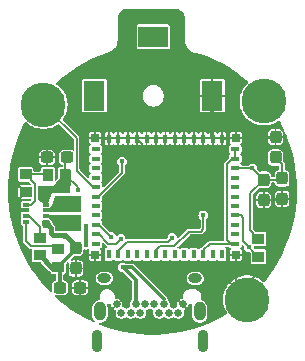
<source format=gbr>
%TF.GenerationSoftware,KiCad,Pcbnew,(7.0.0)*%
%TF.CreationDate,2023-10-08T10:18:40-07:00*%
%TF.ProjectId,Dot-LED,446f742d-4c45-4442-9e6b-696361645f70,rev?*%
%TF.SameCoordinates,Original*%
%TF.FileFunction,Copper,L4,Bot*%
%TF.FilePolarity,Positive*%
%FSLAX46Y46*%
G04 Gerber Fmt 4.6, Leading zero omitted, Abs format (unit mm)*
G04 Created by KiCad (PCBNEW (7.0.0)) date 2023-10-08 10:18:40*
%MOMM*%
%LPD*%
G01*
G04 APERTURE LIST*
G04 Aperture macros list*
%AMRoundRect*
0 Rectangle with rounded corners*
0 $1 Rounding radius*
0 $2 $3 $4 $5 $6 $7 $8 $9 X,Y pos of 4 corners*
0 Add a 4 corners polygon primitive as box body*
4,1,4,$2,$3,$4,$5,$6,$7,$8,$9,$2,$3,0*
0 Add four circle primitives for the rounded corners*
1,1,$1+$1,$2,$3*
1,1,$1+$1,$4,$5*
1,1,$1+$1,$6,$7*
1,1,$1+$1,$8,$9*
0 Add four rect primitives between the rounded corners*
20,1,$1+$1,$2,$3,$4,$5,0*
20,1,$1+$1,$4,$5,$6,$7,0*
20,1,$1+$1,$6,$7,$8,$9,0*
20,1,$1+$1,$8,$9,$2,$3,0*%
%AMFreePoly0*
4,1,6,0.725000,-0.725000,-0.125000,-0.725000,-0.725000,-0.125000,-0.725000,0.725000,0.725000,0.725000,0.725000,-0.725000,0.725000,-0.725000,$1*%
G04 Aperture macros list end*
%TA.AperFunction,ComponentPad*%
%ADD10C,3.790000*%
%TD*%
%TA.AperFunction,ComponentPad*%
%ADD11R,2.500000X1.800000*%
%TD*%
%TA.AperFunction,ComponentPad*%
%ADD12R,1.800000X2.500000*%
%TD*%
%TA.AperFunction,ComponentPad*%
%ADD13C,0.650000*%
%TD*%
%TA.AperFunction,ComponentPad*%
%ADD14O,0.900000X1.900000*%
%TD*%
%TA.AperFunction,ComponentPad*%
%ADD15O,1.000000X1.600000*%
%TD*%
%TA.AperFunction,ComponentPad*%
%ADD16O,1.150000X0.800000*%
%TD*%
%TA.AperFunction,SMDPad,CuDef*%
%ADD17RoundRect,0.237500X-0.237500X0.300000X-0.237500X-0.300000X0.237500X-0.300000X0.237500X0.300000X0*%
%TD*%
%TA.AperFunction,SMDPad,CuDef*%
%ADD18R,0.800000X0.400000*%
%TD*%
%TA.AperFunction,SMDPad,CuDef*%
%ADD19R,0.400000X0.800000*%
%TD*%
%TA.AperFunction,SMDPad,CuDef*%
%ADD20R,1.450000X1.450000*%
%TD*%
%TA.AperFunction,SMDPad,CuDef*%
%ADD21FreePoly0,180.000000*%
%TD*%
%TA.AperFunction,SMDPad,CuDef*%
%ADD22R,0.700000X0.700000*%
%TD*%
%TA.AperFunction,SMDPad,CuDef*%
%ADD23RoundRect,0.237500X0.300000X0.237500X-0.300000X0.237500X-0.300000X-0.237500X0.300000X-0.237500X0*%
%TD*%
%TA.AperFunction,SMDPad,CuDef*%
%ADD24RoundRect,0.237500X0.237500X-0.300000X0.237500X0.300000X-0.237500X0.300000X-0.237500X-0.300000X0*%
%TD*%
%TA.AperFunction,SMDPad,CuDef*%
%ADD25R,1.000000X0.900000*%
%TD*%
%TA.AperFunction,SMDPad,CuDef*%
%ADD26R,0.475000X0.300000*%
%TD*%
%TA.AperFunction,SMDPad,CuDef*%
%ADD27R,0.900000X1.000000*%
%TD*%
%TA.AperFunction,SMDPad,CuDef*%
%ADD28R,2.200000X0.850000*%
%TD*%
%TA.AperFunction,ViaPad*%
%ADD29C,0.400000*%
%TD*%
%TA.AperFunction,Conductor*%
%ADD30C,0.150000*%
%TD*%
%TA.AperFunction,Conductor*%
%ADD31C,0.300000*%
%TD*%
%TA.AperFunction,Conductor*%
%ADD32C,0.400000*%
%TD*%
G04 APERTURE END LIST*
D10*
%TO.P,RX1,1*%
%TO.N,RX_D7*%
X136400000Y-48250000D03*
%TD*%
D11*
%TO.P,CON1,1,S*%
%TO.N,5V*%
X127049999Y-42799999D03*
D12*
%TO.P,CON1,2,T*%
%TO.N,D5_out*%
X122049999Y-47799999D03*
%TO.P,CON1,3,R*%
%TO.N,GND*%
X132049999Y-47799999D03*
%TD*%
D13*
%TO.P,P1,B1,GND*%
%TO.N,GND*%
X129550000Y-65450000D03*
%TO.P,P1,B2,TX2+*%
%TO.N,unconnected-(P1-TX2+-PadB2)*%
X129150000Y-66150000D03*
%TO.P,P1,B3,TX2-*%
%TO.N,unconnected-(P1-TX2--PadB3)*%
X128350000Y-66150000D03*
%TO.P,P1,B4,VBUS*%
%TO.N,5V*%
X127950000Y-65450000D03*
%TO.P,P1,B5,VCONN*%
%TO.N,unconnected-(P1-VCONN-PadB5)*%
X127550000Y-66150000D03*
%TO.P,P1,B6*%
%TO.N,N/C*%
X127150000Y-65450000D03*
%TO.P,P1,B7*%
X126350000Y-65450000D03*
%TO.P,P1,B8,SBU2*%
%TO.N,unconnected-(P1-SBU2-PadB8)*%
X125950000Y-66150000D03*
%TO.P,P1,B9,VBUS*%
%TO.N,5V*%
X125550000Y-65450000D03*
%TO.P,P1,B10,RX1-*%
%TO.N,unconnected-(P1-RX1--PadB10)*%
X125150000Y-66150000D03*
%TO.P,P1,B11,RX1+*%
%TO.N,unconnected-(P1-RX1+-PadB11)*%
X124350000Y-66150000D03*
%TO.P,P1,B12,GND*%
%TO.N,GND*%
X123950000Y-65450000D03*
D14*
%TO.P,P1,SH*%
%TO.N,N/C*%
X122249999Y-68564999D03*
D15*
X122529999Y-66049999D03*
D16*
X122904999Y-63249999D03*
X130594999Y-63249999D03*
D15*
X130969999Y-66049999D03*
D14*
X131249999Y-68564999D03*
%TD*%
D10*
%TO.P,GND2,1*%
%TO.N,GND*%
X135000000Y-65050000D03*
%TD*%
%TO.P,TX1,1*%
%TO.N,TX_D6*%
X117750000Y-48550000D03*
%TD*%
D17*
%TO.P,C7,1*%
%TO.N,GND*%
X137400000Y-51287500D03*
%TO.P,C7,2*%
%TO.N,3V3_VCC*%
X137400000Y-53012500D03*
%TD*%
D18*
%TO.P,U1,1,GND*%
%TO.N,Net-(U1-GND-Pad1)*%
X133974999Y-52324999D03*
%TO.P,U1,2,GND*%
X133974999Y-53124999D03*
%TO.P,U1,3,3V3*%
%TO.N,3V3_VCC*%
X133974999Y-53924999D03*
%TO.P,U1,4,NC*%
%TO.N,unconnected-(U1-NC-Pad4)*%
X133974999Y-54724999D03*
%TO.P,U1,5,GPIO2/ADC1_CH2*%
%TO.N,D2*%
X133974999Y-55524999D03*
%TO.P,U1,6,GPIO3/ADC1_CH3*%
%TO.N,D3*%
X133974999Y-56324999D03*
%TO.P,U1,7,NC*%
%TO.N,unconnected-(U1-NC-Pad7)*%
X133974999Y-57124999D03*
%TO.P,U1,8,EN/CHIP_PU*%
%TO.N,EN*%
X133974999Y-57924999D03*
%TO.P,U1,9,NC*%
%TO.N,unconnected-(U1-NC-Pad9)*%
X133974999Y-58724999D03*
%TO.P,U1,10,NC*%
%TO.N,unconnected-(U1-NC-Pad10)*%
X133974999Y-59524999D03*
%TO.P,U1,11,GND*%
%TO.N,Net-(U1-GND-Pad1)*%
X133974999Y-60324999D03*
D19*
%TO.P,U1,12,GPIO0/ADC1_CH0/XTAL_32K_P*%
%TO.N,unconnected-(U1-GPIO0{slash}ADC1_CH0{slash}XTAL_32K_P-Pad12)*%
X132874999Y-61224999D03*
%TO.P,U1,13,GPIO1/ADC1_CH1/XTAL_32K_N*%
%TO.N,unconnected-(U1-GPIO1{slash}ADC1_CH1{slash}XTAL_32K_N-Pad13)*%
X132074999Y-61224999D03*
%TO.P,U1,14,GND*%
%TO.N,Net-(U1-GND-Pad1)*%
X131274999Y-61224999D03*
%TO.P,U1,15,NC*%
%TO.N,unconnected-(U1-NC-Pad15)*%
X130474999Y-61224999D03*
%TO.P,U1,16,GPIO10*%
%TO.N,unconnected-(U1-GPIO10-Pad16)*%
X129674999Y-61224999D03*
%TO.P,U1,17,NC*%
%TO.N,unconnected-(U1-NC-Pad17)*%
X128874999Y-61224999D03*
%TO.P,U1,18,GPIO4/ADC1_CH4*%
%TO.N,D4*%
X128074999Y-61224999D03*
%TO.P,U1,19,GPIO5/ADC2_CH0*%
%TO.N,D5*%
X127274999Y-61224999D03*
%TO.P,U1,20,GPIO6*%
%TO.N,unconnected-(U1-GPIO6-Pad20)*%
X126474999Y-61224999D03*
%TO.P,U1,21,GPIO7*%
%TO.N,unconnected-(U1-GPIO7-Pad21)*%
X125674999Y-61224999D03*
%TO.P,U1,22,GPIO8*%
%TO.N,D8*%
X124874999Y-61224999D03*
%TO.P,U1,23,GPIO9*%
%TO.N,D9*%
X124074999Y-61224999D03*
%TO.P,U1,24,NC*%
%TO.N,unconnected-(U1-NC-Pad24)*%
X123274999Y-61224999D03*
D18*
%TO.P,U1,25,NC*%
%TO.N,unconnected-(U1-NC-Pad25)*%
X122174999Y-60324999D03*
%TO.P,U1,26,GPIO18/USB_D-*%
%TO.N,/ESP32C3_MCU/ESP_DN*%
X122174999Y-59524999D03*
%TO.P,U1,27,GPIO19/USB_D+*%
%TO.N,/ESP32C3_MCU/ESP_DP*%
X122174999Y-58724999D03*
%TO.P,U1,28,NC*%
%TO.N,unconnected-(U1-NC-Pad28)*%
X122174999Y-57924999D03*
%TO.P,U1,29,NC*%
%TO.N,unconnected-(U1-NC-Pad29)*%
X122174999Y-57124999D03*
%TO.P,U1,30,GPIO20/U0RXD*%
%TO.N,Net-(U1-GPIO20{slash}U0RXD)*%
X122174999Y-56324999D03*
%TO.P,U1,31,GPIO21/U0TXD*%
%TO.N,TX_D6*%
X122174999Y-55524999D03*
%TO.P,U1,32,NC*%
%TO.N,unconnected-(U1-NC-Pad32)*%
X122174999Y-54724999D03*
%TO.P,U1,33,NC*%
%TO.N,unconnected-(U1-NC-Pad33)*%
X122174999Y-53924999D03*
%TO.P,U1,34,NC*%
%TO.N,unconnected-(U1-NC-Pad34)*%
X122174999Y-53124999D03*
%TO.P,U1,35,NC*%
%TO.N,unconnected-(U1-NC-Pad35)*%
X122174999Y-52324999D03*
D19*
%TO.P,U1,36,GND*%
%TO.N,GND*%
X123274999Y-51424999D03*
%TO.P,U1,37,GND*%
X124074999Y-51424999D03*
%TO.P,U1,38,GND*%
X124874999Y-51424999D03*
%TO.P,U1,39,GND*%
X125674999Y-51424999D03*
%TO.P,U1,40,GND*%
X126474999Y-51424999D03*
%TO.P,U1,41,GND*%
X127274999Y-51424999D03*
%TO.P,U1,42,GND*%
X128074999Y-51424999D03*
%TO.P,U1,43,GND*%
X128874999Y-51424999D03*
%TO.P,U1,44,GND*%
X129674999Y-51424999D03*
%TO.P,U1,45,GND*%
X130474999Y-51424999D03*
%TO.P,U1,46,GND*%
X131274999Y-51424999D03*
%TO.P,U1,47,GND*%
X132074999Y-51424999D03*
%TO.P,U1,48,GND*%
X132874999Y-51424999D03*
D20*
%TO.P,U1,49,GND*%
X130049999Y-58299999D03*
X130049999Y-56324999D03*
D21*
X130050000Y-54350000D03*
D20*
X128074999Y-58299999D03*
X128074999Y-56324999D03*
X128074999Y-54349999D03*
X126099999Y-58299999D03*
X126099999Y-56324999D03*
X126099999Y-54349999D03*
D22*
%TO.P,U1,50,GND*%
X122124999Y-51374999D03*
%TO.P,U1,51,GND*%
X122124999Y-61274999D03*
%TO.P,U1,52,GND*%
X134024999Y-61274999D03*
%TO.P,U1,53,GND*%
X134024999Y-51374999D03*
%TD*%
D23*
%TO.P,C14,1*%
%TO.N,3V3_VCC*%
X119762500Y-53000000D03*
%TO.P,C14,2*%
%TO.N,GND*%
X118037500Y-53000000D03*
%TD*%
D24*
%TO.P,C18,1*%
%TO.N,GND*%
X120500000Y-62412500D03*
%TO.P,C18,2*%
%TO.N,VIN*%
X120500000Y-60687500D03*
%TD*%
D25*
%TO.P,R7,1*%
%TO.N,Net-(U3-FB)*%
X116249999Y-54449999D03*
%TO.P,R7,2*%
%TO.N,GND*%
X116249999Y-55949999D03*
%TD*%
%TO.P,R9,1*%
%TO.N,Net-(U3-EN)*%
X118999999Y-60749999D03*
%TO.P,R9,2*%
%TO.N,VIN*%
X118999999Y-62249999D03*
%TD*%
D24*
%TO.P,C6,1*%
%TO.N,GND*%
X137950000Y-56512500D03*
%TO.P,C6,2*%
%TO.N,3V3_VCC*%
X137950000Y-54787500D03*
%TD*%
D23*
%TO.P,C16,1*%
%TO.N,GND*%
X120862500Y-64050000D03*
%TO.P,C16,2*%
%TO.N,VIN*%
X119137500Y-64050000D03*
%TD*%
D25*
%TO.P,R3,1*%
%TO.N,EN*%
X135949999Y-61399999D03*
%TO.P,R3,2*%
%TO.N,3V3_VCC*%
X135949999Y-59899999D03*
%TD*%
%TO.P,R8,1*%
%TO.N,Net-(U3-MODE)*%
X117449999Y-59799999D03*
%TO.P,R8,2*%
%TO.N,VIN*%
X117449999Y-61299999D03*
%TD*%
D26*
%TO.P,U3,1,VOUT*%
%TO.N,3V3_VCC*%
X117925999Y-56999999D03*
%TO.P,U3,2,LX2*%
%TO.N,Net-(U3-LX2)*%
X117925999Y-57499999D03*
%TO.P,U3,3,LX1*%
%TO.N,Net-(U3-LX1)*%
X117925999Y-57999999D03*
%TO.P,U3,4,VIN*%
%TO.N,VIN*%
X117925999Y-58499999D03*
%TO.P,U3,5,EN*%
%TO.N,Net-(U3-EN)*%
X116249999Y-58499999D03*
%TO.P,U3,6,MODE*%
%TO.N,Net-(U3-MODE)*%
X116249999Y-57999999D03*
%TO.P,U3,7,GND*%
%TO.N,GND*%
X116249999Y-57499999D03*
%TO.P,U3,8,FB*%
%TO.N,Net-(U3-FB)*%
X116249999Y-56999999D03*
%TD*%
D17*
%TO.P,C15,1*%
%TO.N,3V3_VCC*%
X136400000Y-54887500D03*
%TO.P,C15,2*%
%TO.N,GND*%
X136400000Y-56612500D03*
%TD*%
D27*
%TO.P,R6,1*%
%TO.N,3V3_VCC*%
X119599999Y-54499999D03*
%TO.P,R6,2*%
%TO.N,Net-(U3-FB)*%
X118099999Y-54499999D03*
%TD*%
D28*
%TO.P,L2,1*%
%TO.N,Net-(U3-LX1)*%
X119849999Y-58774999D03*
%TO.P,L2,2*%
%TO.N,Net-(U3-LX2)*%
X119849999Y-56724999D03*
%TD*%
D29*
%TO.N,GND*%
X130475000Y-53000000D03*
X135250000Y-51375000D03*
X122150000Y-62050000D03*
X127150000Y-59274500D03*
X130396420Y-57675500D03*
X121000000Y-65300000D03*
X115465734Y-57584266D03*
X122125000Y-51375000D03*
%TO.N,3V3_VCC*%
X137400000Y-53012500D03*
X135437500Y-53925000D03*
X120650000Y-55750000D03*
%TO.N,EN*%
X135143094Y-60605755D03*
%TO.N,D9*%
X128650000Y-59800000D03*
%TO.N,VIN*%
X119600000Y-59749502D03*
%TO.N,D5*%
X131274502Y-57900000D03*
%TO.N,/ESP32C3_MCU/ESP_DP*%
X123496043Y-59749500D03*
%TO.N,/ESP32C3_MCU/ESP_DN*%
X124290164Y-59910542D03*
%TO.N,5V*%
X121375498Y-60400000D03*
X121350000Y-58850000D03*
X124450000Y-62300000D03*
%TO.N,Net-(U1-GPIO20{slash}U0RXD)*%
X124400000Y-53350000D03*
%TD*%
D30*
%TO.N,GND*%
X130050000Y-54350000D02*
X130475000Y-53925000D01*
X137762500Y-60910063D02*
X137739604Y-60960396D01*
X134025000Y-64030047D02*
X134800649Y-64805696D01*
X115925000Y-57500000D02*
X116250000Y-57500000D01*
X126100000Y-54350000D02*
X126100000Y-51850000D01*
X126100000Y-51850000D02*
X125675000Y-51425000D01*
X137312500Y-51375000D02*
X137400000Y-51287500D01*
D31*
X127150000Y-59225000D02*
X128075000Y-58300000D01*
D30*
X126100000Y-58300000D02*
X130050000Y-58300000D01*
X115737500Y-56462500D02*
X115737500Y-57312500D01*
X135250000Y-51375000D02*
X137312500Y-51375000D01*
D31*
X132050000Y-51400000D02*
X132075000Y-51425000D01*
D30*
X130475000Y-53000000D02*
X130475000Y-51425000D01*
X134025000Y-61275000D02*
X134025000Y-64030047D01*
X137739604Y-60960396D02*
X134801742Y-63898258D01*
X130050000Y-56325000D02*
X130050000Y-54350000D01*
X126100000Y-58300000D02*
X126100000Y-54350000D01*
X136400000Y-56612500D02*
X137850000Y-56612500D01*
X134025000Y-51375000D02*
X135250000Y-51375000D01*
X128075000Y-54350000D02*
X128075000Y-58300000D01*
X120450000Y-63750000D02*
X120450000Y-64062500D01*
X126100000Y-56325000D02*
X130050000Y-56325000D01*
X122150000Y-61300000D02*
X122125000Y-61275000D01*
X126100000Y-54350000D02*
X130050000Y-54350000D01*
X137850000Y-56612500D02*
X137950000Y-56512500D01*
X134801742Y-63898258D02*
X134801742Y-64804804D01*
X122125000Y-51375000D02*
X134025000Y-51375000D01*
X122150000Y-62050000D02*
X122150000Y-61300000D01*
X130475000Y-53925000D02*
X130475000Y-53000000D01*
X137950000Y-58062500D02*
X137762500Y-58250000D01*
X115737500Y-57312500D02*
X115925000Y-57500000D01*
X116250000Y-55950000D02*
X115737500Y-56462500D01*
X130050000Y-58300000D02*
X130050000Y-56325000D01*
X128075000Y-54350000D02*
X128075000Y-51425000D01*
D31*
X115465734Y-57584266D02*
X115550000Y-57500000D01*
X115550000Y-57500000D02*
X116250000Y-57500000D01*
D30*
X127150000Y-59274500D02*
X127150000Y-59225000D01*
D31*
X132050000Y-47800000D02*
X132050000Y-51400000D01*
D30*
%TO.N,3V3_VCC*%
X117926000Y-56174000D02*
X117926000Y-57000000D01*
X137400000Y-53012500D02*
X137337500Y-52950000D01*
X135950000Y-59900000D02*
X135225000Y-59175000D01*
X135225000Y-59175000D02*
X135225000Y-56062500D01*
X137950000Y-53562500D02*
X137400000Y-53012500D01*
X135225000Y-56062500D02*
X136400000Y-54887500D01*
X119600000Y-54500000D02*
X119600000Y-53162500D01*
X136400000Y-54887500D02*
X137850000Y-54887500D01*
X119600000Y-53162500D02*
X119762500Y-53000000D01*
X136400000Y-54887500D02*
X135437500Y-53925000D01*
X119600000Y-54500000D02*
X120650000Y-55550000D01*
X119600000Y-54500000D02*
X117926000Y-56174000D01*
X137950000Y-54787500D02*
X137950000Y-53562500D01*
X120650000Y-55550000D02*
X120650000Y-55750000D01*
X137850000Y-54887500D02*
X137950000Y-54787500D01*
X135437500Y-53925000D02*
X133975000Y-53925000D01*
%TO.N,EN*%
X134650000Y-60100000D02*
X134650000Y-58100000D01*
X134650000Y-58100000D02*
X134475000Y-57925000D01*
X134475000Y-57925000D02*
X133975000Y-57925000D01*
X135950000Y-61400000D02*
X134650000Y-60100000D01*
%TO.N,D9*%
X124857273Y-60155900D02*
X124075000Y-60938173D01*
X128650000Y-59800000D02*
X128294100Y-60155900D01*
X128294100Y-60155900D02*
X124857273Y-60155900D01*
X124075000Y-60938173D02*
X124075000Y-61225000D01*
D32*
%TO.N,VIN*%
X118550000Y-59600000D02*
X118350000Y-59400000D01*
D31*
X119137500Y-62387500D02*
X119000000Y-62250000D01*
D32*
X118350000Y-59400000D02*
X118350000Y-58950000D01*
D31*
X120500000Y-60750000D02*
X120500000Y-60687500D01*
D32*
X118350000Y-58950000D02*
X117950000Y-58550000D01*
X117950000Y-58550000D02*
X117926000Y-58550000D01*
X117450000Y-61300000D02*
X118487500Y-62337500D01*
X120450000Y-60450000D02*
X119600000Y-59600000D01*
X119600000Y-59600000D02*
X118550000Y-59600000D01*
D31*
X119137500Y-64050000D02*
X119137500Y-62387500D01*
X119000000Y-62250000D02*
X120500000Y-60750000D01*
D30*
%TO.N,D5*%
X131050000Y-59300000D02*
X130050000Y-59300000D01*
X131274502Y-57900000D02*
X131274502Y-59075498D01*
X127275000Y-60875000D02*
X127275000Y-61225000D01*
X128800000Y-60550000D02*
X127600000Y-60550000D01*
X127600000Y-60550000D02*
X127275000Y-60875000D01*
X131274502Y-59075498D02*
X131050000Y-59300000D01*
X130050000Y-59300000D02*
X128800000Y-60550000D01*
%TO.N,TX_D6*%
X120575000Y-54125000D02*
X120575000Y-51375000D01*
X120575000Y-51375000D02*
X117750000Y-48550000D01*
X121975000Y-55525000D02*
X120575000Y-54125000D01*
X122175000Y-55525000D02*
X121975000Y-55525000D01*
%TO.N,/ESP32C3_MCU/ESP_DP*%
X122175000Y-58725000D02*
X122471543Y-58725000D01*
X122471543Y-58725000D02*
X123496043Y-59749500D01*
%TO.N,/ESP32C3_MCU/ESP_DN*%
X122425000Y-59525000D02*
X122175000Y-59525000D01*
X123876206Y-60324500D02*
X123224500Y-60324500D01*
X123224500Y-60324500D02*
X122425000Y-59525000D01*
X124290164Y-59910542D02*
X123876206Y-60324500D01*
%TO.N,Net-(U3-FB)*%
X118050000Y-54450000D02*
X118100000Y-54500000D01*
X117025000Y-56675000D02*
X117025000Y-55225000D01*
X117025000Y-55225000D02*
X116250000Y-54450000D01*
X116700000Y-57000000D02*
X117025000Y-56675000D01*
X116250000Y-54450000D02*
X118050000Y-54450000D01*
X116250000Y-57000000D02*
X116700000Y-57000000D01*
%TO.N,Net-(U3-MODE)*%
X117450000Y-58900000D02*
X116550000Y-58000000D01*
X117450000Y-59800000D02*
X117399500Y-59749500D01*
X117450000Y-59800000D02*
X117450000Y-58900000D01*
X116550000Y-58000000D02*
X116250000Y-58000000D01*
%TO.N,Net-(U3-EN)*%
X116250000Y-58500000D02*
X116250000Y-60100000D01*
X116700000Y-60550000D02*
X118800000Y-60550000D01*
X118800000Y-60550000D02*
X119000000Y-60750000D01*
X116250000Y-60100000D02*
X116700000Y-60550000D01*
D31*
%TO.N,5V*%
X121375498Y-60400000D02*
X121375498Y-58875498D01*
X121375498Y-58875498D02*
X121350000Y-58850000D01*
X127950000Y-64990381D02*
X125259619Y-62300000D01*
X125259619Y-62300000D02*
X124450000Y-62300000D01*
X124450000Y-62300000D02*
X125550000Y-63400000D01*
D30*
X127950000Y-65450000D02*
X127950000Y-64990381D01*
D31*
X125550000Y-63400000D02*
X125550000Y-65450000D01*
D30*
%TO.N,Net-(U1-GPIO20{slash}U0RXD)*%
X122375000Y-56325000D02*
X124400000Y-54300000D01*
X122175000Y-56325000D02*
X122375000Y-56325000D01*
X124400000Y-54300000D02*
X124400000Y-53350000D01*
%TO.N,Net-(U1-GND-Pad1)*%
X133975000Y-60325000D02*
X131825000Y-60325000D01*
X133975000Y-53125000D02*
X133975000Y-52325000D01*
X131275000Y-60875000D02*
X131275000Y-61225000D01*
X133300000Y-60000000D02*
X133300000Y-53550000D01*
X133725000Y-53125000D02*
X133975000Y-53125000D01*
X133975000Y-60325000D02*
X133625000Y-60325000D01*
X131825000Y-60325000D02*
X131275000Y-60875000D01*
X133300000Y-53550000D02*
X133725000Y-53125000D01*
X133625000Y-60325000D02*
X133300000Y-60000000D01*
%TD*%
%TA.AperFunction,Conductor*%
%TO.N,GND*%
G36*
X124913014Y-40439970D02*
G01*
X124915700Y-40440590D01*
X124924933Y-40440611D01*
X124932104Y-40440977D01*
X124958509Y-40443618D01*
X124965494Y-40441509D01*
X124969899Y-40441082D01*
X124977210Y-40440736D01*
X129024331Y-40450439D01*
X129039842Y-40452121D01*
X129162199Y-40478670D01*
X129174953Y-40482672D01*
X129298026Y-40533928D01*
X129309849Y-40540160D01*
X129421674Y-40612719D01*
X129432189Y-40620982D01*
X129529129Y-40712483D01*
X129537984Y-40722503D01*
X129616879Y-40829961D01*
X129623787Y-40841411D01*
X129682049Y-40961303D01*
X129686784Y-40973810D01*
X129722520Y-41102238D01*
X129724926Y-41115392D01*
X129736086Y-41238467D01*
X129736386Y-41245623D01*
X129725402Y-42964143D01*
X129725373Y-42964423D01*
X129725145Y-42964978D01*
X129725145Y-42966685D01*
X129725145Y-42966686D01*
X129725145Y-43004274D01*
X129725144Y-43004676D01*
X129721840Y-43004667D01*
X129721849Y-43004868D01*
X129725063Y-43004866D01*
X129725071Y-43015538D01*
X129725070Y-43016055D01*
X129725007Y-43026153D01*
X129723467Y-43026143D01*
X129723408Y-43026498D01*
X129725082Y-43026497D01*
X129725153Y-43105777D01*
X129725664Y-43108810D01*
X129725665Y-43108815D01*
X129758204Y-43301739D01*
X129758206Y-43301749D01*
X129758721Y-43304799D01*
X129759738Y-43307728D01*
X129818324Y-43476489D01*
X129824914Y-43495470D01*
X129826398Y-43498180D01*
X129826400Y-43498183D01*
X129899078Y-43630847D01*
X129921887Y-43672481D01*
X130046943Y-43830905D01*
X130196598Y-43966330D01*
X130366687Y-44074988D01*
X130552475Y-44153852D01*
X130748790Y-44200728D01*
X130950166Y-44214311D01*
X130953229Y-44214007D01*
X130953236Y-44214007D01*
X130987033Y-44210654D01*
X131020293Y-44214993D01*
X131614903Y-44437715D01*
X131618777Y-44439293D01*
X131745202Y-44495027D01*
X132251228Y-44718108D01*
X132255025Y-44719912D01*
X132870627Y-45034199D01*
X132874316Y-45036217D01*
X133471063Y-45384953D01*
X133474631Y-45387177D01*
X134024537Y-45751948D01*
X134050585Y-45769226D01*
X134054017Y-45771645D01*
X134582433Y-46167144D01*
X134607386Y-46185820D01*
X134610673Y-46188429D01*
X134675076Y-46242603D01*
X135074247Y-46578372D01*
X135097626Y-46614195D01*
X135097276Y-46656970D01*
X135073313Y-46692404D01*
X135002531Y-46749990D01*
X135002525Y-46749995D01*
X135000575Y-46751582D01*
X134998859Y-46753418D01*
X134998855Y-46753423D01*
X134811300Y-46954245D01*
X134811293Y-46954252D01*
X134809575Y-46956093D01*
X134808120Y-46958152D01*
X134808116Y-46958159D01*
X134649655Y-47182647D01*
X134648201Y-47184707D01*
X134647048Y-47186931D01*
X134647042Y-47186942D01*
X134520620Y-47430926D01*
X134520616Y-47430934D01*
X134519460Y-47433166D01*
X134518615Y-47435542D01*
X134518613Y-47435548D01*
X134426599Y-47694449D01*
X134426594Y-47694463D01*
X134425750Y-47696841D01*
X134425236Y-47699309D01*
X134425233Y-47699324D01*
X134369330Y-47968342D01*
X134369328Y-47968355D01*
X134368816Y-47970820D01*
X134368643Y-47973342D01*
X134368643Y-47973346D01*
X134361119Y-48083347D01*
X134349720Y-48250000D01*
X134368816Y-48529180D01*
X134369328Y-48531646D01*
X134369330Y-48531657D01*
X134425233Y-48800675D01*
X134425236Y-48800686D01*
X134425750Y-48803159D01*
X134426596Y-48805539D01*
X134426599Y-48805550D01*
X134518613Y-49064451D01*
X134519460Y-49066834D01*
X134520619Y-49069071D01*
X134520620Y-49069073D01*
X134588460Y-49199999D01*
X134648201Y-49315293D01*
X134809575Y-49543907D01*
X135000575Y-49748418D01*
X135002525Y-49750005D01*
X135002530Y-49750009D01*
X135155992Y-49874859D01*
X135217644Y-49925017D01*
X135456738Y-50070413D01*
X135713403Y-50181899D01*
X135715831Y-50182579D01*
X135715833Y-50182580D01*
X135739521Y-50189217D01*
X135982858Y-50257397D01*
X136260084Y-50295500D01*
X136537383Y-50295500D01*
X136539916Y-50295500D01*
X136817142Y-50257397D01*
X137086597Y-50181899D01*
X137343262Y-50070413D01*
X137582356Y-49925017D01*
X137629676Y-49886518D01*
X137669751Y-49870220D01*
X137712094Y-49879115D01*
X137742225Y-49910167D01*
X138044560Y-50499970D01*
X138046370Y-50503763D01*
X138313899Y-51107936D01*
X138326212Y-51135741D01*
X138327801Y-51139622D01*
X138394270Y-51316196D01*
X138571315Y-51786516D01*
X138572683Y-51790491D01*
X138779049Y-52450124D01*
X138780190Y-52454171D01*
X138948760Y-53124461D01*
X138949670Y-53128566D01*
X139079905Y-53807385D01*
X139080579Y-53811535D01*
X139172047Y-54496617D01*
X139172485Y-54500799D01*
X139224896Y-55189979D01*
X139225096Y-55194178D01*
X139238283Y-55885248D01*
X139238243Y-55889453D01*
X139212159Y-56580123D01*
X139211881Y-56584318D01*
X139146614Y-57272389D01*
X139146099Y-57276562D01*
X139041854Y-57959847D01*
X139041102Y-57963983D01*
X138898222Y-58640228D01*
X138897236Y-58644316D01*
X138716179Y-59311352D01*
X138714963Y-59315376D01*
X138496316Y-59971053D01*
X138494873Y-59975003D01*
X138239334Y-60617216D01*
X138237669Y-60621076D01*
X137946083Y-61247709D01*
X137944202Y-61251470D01*
X137617478Y-61860565D01*
X137615386Y-61864212D01*
X137254601Y-62453760D01*
X137252305Y-62457282D01*
X136858627Y-63025377D01*
X136856135Y-63028763D01*
X136475289Y-63516628D01*
X136444246Y-63539878D01*
X136405706Y-63544233D01*
X136370257Y-63528496D01*
X136184024Y-63376984D01*
X136179905Y-63374077D01*
X135945187Y-63231343D01*
X135940721Y-63229028D01*
X135688741Y-63119577D01*
X135683998Y-63117892D01*
X135419469Y-63043774D01*
X135414540Y-63042750D01*
X135142389Y-63005344D01*
X135137349Y-63005000D01*
X134862651Y-63005000D01*
X134857610Y-63005344D01*
X134585459Y-63042750D01*
X134580530Y-63043774D01*
X134316001Y-63117892D01*
X134311258Y-63119577D01*
X134059278Y-63229028D01*
X134054812Y-63231343D01*
X133820086Y-63374082D01*
X133815978Y-63376982D01*
X133612885Y-63542210D01*
X133608194Y-63548936D01*
X133612173Y-63556107D01*
X134992241Y-64936175D01*
X135011687Y-64970479D01*
X135010753Y-65009900D01*
X134989706Y-65043245D01*
X134988225Y-65044592D01*
X134955321Y-65061895D01*
X134918156Y-65061015D01*
X134886108Y-65042174D01*
X133508940Y-63665006D01*
X133501953Y-63661025D01*
X133495106Y-63665242D01*
X133411688Y-63754561D01*
X133408504Y-63758475D01*
X133250083Y-63982907D01*
X133247470Y-63987203D01*
X133121080Y-64231126D01*
X133119073Y-64235748D01*
X133027081Y-64494584D01*
X133025715Y-64499459D01*
X132969827Y-64768410D01*
X132969140Y-64773414D01*
X132950394Y-65047471D01*
X132950394Y-65052529D01*
X132969140Y-65326585D01*
X132969827Y-65331589D01*
X133025715Y-65600540D01*
X133027081Y-65605415D01*
X133119073Y-65864251D01*
X133121080Y-65868873D01*
X133247470Y-66112796D01*
X133250083Y-66117092D01*
X133292588Y-66177309D01*
X133306015Y-66215824D01*
X133296996Y-66255602D01*
X133268270Y-66284559D01*
X132672845Y-66617769D01*
X132669119Y-66619717D01*
X132047779Y-66922448D01*
X132043948Y-66924182D01*
X131406406Y-67191138D01*
X131402484Y-67192651D01*
X130750809Y-67422970D01*
X130746806Y-67424258D01*
X130083099Y-67617193D01*
X130079030Y-67618251D01*
X129405457Y-67773174D01*
X129401335Y-67774000D01*
X128720024Y-67890424D01*
X128715861Y-67891014D01*
X128029056Y-67968552D01*
X128024866Y-67968905D01*
X127334752Y-68007313D01*
X127330549Y-68007427D01*
X126639373Y-68006578D01*
X126635170Y-68006453D01*
X125945167Y-67966351D01*
X125940979Y-67965988D01*
X125254369Y-67886762D01*
X125250207Y-67886162D01*
X124569181Y-67768064D01*
X124565061Y-67767228D01*
X123891872Y-67610649D01*
X123887805Y-67609581D01*
X123224564Y-67415013D01*
X123220565Y-67413715D01*
X122599930Y-67192651D01*
X122569457Y-67181796D01*
X122565544Y-67180276D01*
X122556372Y-67176409D01*
X122482573Y-67145293D01*
X122446448Y-67112705D01*
X122438366Y-67064727D01*
X122461822Y-67022101D01*
X122506676Y-67003253D01*
X122652860Y-66994056D01*
X122809171Y-66943268D01*
X122947940Y-66855202D01*
X123060448Y-66735393D01*
X123139627Y-66591368D01*
X123180500Y-66432177D01*
X123180500Y-65834807D01*
X123674740Y-65834807D01*
X123680166Y-65841222D01*
X123746199Y-65883659D01*
X123755723Y-65888009D01*
X123822422Y-65907593D01*
X123855130Y-65927530D01*
X123873488Y-65961149D01*
X123872577Y-65999444D01*
X123850990Y-66072962D01*
X123850989Y-66072966D01*
X123849500Y-66078039D01*
X123849500Y-66221961D01*
X123850989Y-66227034D01*
X123850990Y-66227037D01*
X123888556Y-66354978D01*
X123888558Y-66354983D01*
X123890047Y-66360053D01*
X123892907Y-66364503D01*
X123933408Y-66427525D01*
X123967857Y-66481128D01*
X124076627Y-66575377D01*
X124207543Y-66635165D01*
X124314201Y-66650500D01*
X124383150Y-66650500D01*
X124385799Y-66650500D01*
X124492457Y-66635165D01*
X124623373Y-66575377D01*
X124701541Y-66507644D01*
X124732554Y-66491656D01*
X124767446Y-66491656D01*
X124798458Y-66507644D01*
X124876627Y-66575377D01*
X125007543Y-66635165D01*
X125114201Y-66650500D01*
X125183150Y-66650500D01*
X125185799Y-66650500D01*
X125292457Y-66635165D01*
X125423373Y-66575377D01*
X125501541Y-66507644D01*
X125532554Y-66491656D01*
X125567446Y-66491656D01*
X125598458Y-66507644D01*
X125676627Y-66575377D01*
X125807543Y-66635165D01*
X125914201Y-66650500D01*
X125983150Y-66650500D01*
X125985799Y-66650500D01*
X126092457Y-66635165D01*
X126223373Y-66575377D01*
X126332143Y-66481128D01*
X126409953Y-66360053D01*
X126450500Y-66221961D01*
X126450500Y-66078039D01*
X126435843Y-66028125D01*
X126434932Y-65989833D01*
X126453290Y-65956213D01*
X126485999Y-65936276D01*
X126487216Y-65935918D01*
X126492457Y-65935165D01*
X126623373Y-65875377D01*
X126701541Y-65807644D01*
X126732554Y-65791656D01*
X126767446Y-65791656D01*
X126798458Y-65807644D01*
X126876627Y-65875377D01*
X127007543Y-65935165D01*
X127012781Y-65935918D01*
X127013997Y-65936275D01*
X127046707Y-65956210D01*
X127065066Y-65989830D01*
X127064155Y-66028125D01*
X127050990Y-66072960D01*
X127050988Y-66072968D01*
X127049500Y-66078039D01*
X127049500Y-66221961D01*
X127050989Y-66227034D01*
X127050990Y-66227037D01*
X127088556Y-66354978D01*
X127088558Y-66354983D01*
X127090047Y-66360053D01*
X127092907Y-66364503D01*
X127133408Y-66427525D01*
X127167857Y-66481128D01*
X127276627Y-66575377D01*
X127407543Y-66635165D01*
X127514201Y-66650500D01*
X127583150Y-66650500D01*
X127585799Y-66650500D01*
X127692457Y-66635165D01*
X127823373Y-66575377D01*
X127901541Y-66507644D01*
X127932554Y-66491656D01*
X127967446Y-66491656D01*
X127998458Y-66507644D01*
X128076627Y-66575377D01*
X128207543Y-66635165D01*
X128314201Y-66650500D01*
X128383150Y-66650500D01*
X128385799Y-66650500D01*
X128492457Y-66635165D01*
X128623373Y-66575377D01*
X128701541Y-66507644D01*
X128732554Y-66491656D01*
X128767446Y-66491656D01*
X128798458Y-66507644D01*
X128876627Y-66575377D01*
X129007543Y-66635165D01*
X129114201Y-66650500D01*
X129183150Y-66650500D01*
X129185799Y-66650500D01*
X129292457Y-66635165D01*
X129423373Y-66575377D01*
X129532143Y-66481128D01*
X129609953Y-66360053D01*
X129650500Y-66221961D01*
X129650500Y-66078039D01*
X129627423Y-65999444D01*
X129626511Y-65961150D01*
X129644869Y-65927530D01*
X129677577Y-65907593D01*
X129744272Y-65888010D01*
X129753805Y-65883655D01*
X129819833Y-65841221D01*
X129825258Y-65834807D01*
X129821320Y-65827386D01*
X129171231Y-65177297D01*
X129164141Y-65173315D01*
X129157351Y-65177794D01*
X129149758Y-65186557D01*
X129144098Y-65195365D01*
X129091753Y-65309985D01*
X129088800Y-65320041D01*
X129070868Y-65444763D01*
X129070868Y-65455237D01*
X129088579Y-65578422D01*
X129084032Y-65616455D01*
X129061078Y-65647119D01*
X129025867Y-65662199D01*
X129012788Y-65664080D01*
X129012782Y-65664081D01*
X129007543Y-65664835D01*
X129002729Y-65667033D01*
X129002727Y-65667034D01*
X128881437Y-65722426D01*
X128881435Y-65722427D01*
X128876627Y-65724623D01*
X128872634Y-65728082D01*
X128872629Y-65728086D01*
X128798459Y-65792355D01*
X128767446Y-65808343D01*
X128732554Y-65808343D01*
X128701541Y-65792355D01*
X128627370Y-65728086D01*
X128627368Y-65728084D01*
X128623373Y-65724623D01*
X128492457Y-65664835D01*
X128487221Y-65664082D01*
X128485995Y-65663722D01*
X128453288Y-65643784D01*
X128434932Y-65610165D01*
X128435844Y-65571873D01*
X128450500Y-65521961D01*
X128450500Y-65378039D01*
X128409953Y-65239947D01*
X128332143Y-65118872D01*
X128328145Y-65115408D01*
X128328141Y-65115403D01*
X128277609Y-65071617D01*
X128272682Y-65065192D01*
X129274740Y-65065192D01*
X129278678Y-65072612D01*
X129928768Y-65722702D01*
X129935857Y-65726683D01*
X129942646Y-65722205D01*
X129950235Y-65713448D01*
X129955904Y-65704628D01*
X130008246Y-65590014D01*
X130011199Y-65579958D01*
X130024784Y-65485476D01*
X130041558Y-65448186D01*
X130075574Y-65425497D01*
X130111762Y-65424468D01*
X130111852Y-65423759D01*
X130116417Y-65424335D01*
X130116444Y-65424335D01*
X130120981Y-65425500D01*
X130286318Y-65425500D01*
X130328551Y-65438735D01*
X130355677Y-65473706D01*
X130357992Y-65517901D01*
X130355646Y-65527042D01*
X130324205Y-65649500D01*
X130319500Y-65667823D01*
X130319500Y-66390925D01*
X130319791Y-66393231D01*
X130319792Y-66393241D01*
X130334245Y-66507645D01*
X130334929Y-66513058D01*
X130336641Y-66517383D01*
X130336643Y-66517389D01*
X130370855Y-66603797D01*
X130395432Y-66665871D01*
X130398167Y-66669635D01*
X130398169Y-66669639D01*
X130445942Y-66735393D01*
X130492037Y-66798837D01*
X130618674Y-66903600D01*
X130622887Y-66905582D01*
X130622888Y-66905583D01*
X130697668Y-66940772D01*
X130767387Y-66973579D01*
X130928830Y-67004376D01*
X131092860Y-66994056D01*
X131249171Y-66943268D01*
X131387940Y-66855202D01*
X131500448Y-66735393D01*
X131579627Y-66591368D01*
X131620500Y-66432177D01*
X131620500Y-65709075D01*
X131605071Y-65586942D01*
X131544568Y-65434129D01*
X131537452Y-65424335D01*
X131450700Y-65304930D01*
X131450699Y-65304929D01*
X131447963Y-65301163D01*
X131321326Y-65196400D01*
X131317114Y-65194418D01*
X131317111Y-65194416D01*
X131176826Y-65128403D01*
X131176822Y-65128401D01*
X131172613Y-65126421D01*
X131156379Y-65123324D01*
X131142511Y-65120678D01*
X131103507Y-65099762D01*
X131083416Y-65060327D01*
X131089423Y-65016480D01*
X131099614Y-64994826D01*
X131129227Y-64839588D01*
X131119304Y-64681862D01*
X131070467Y-64531559D01*
X130988969Y-64403138D01*
X130988281Y-64402054D01*
X130988279Y-64402052D01*
X130985786Y-64398123D01*
X130870582Y-64289938D01*
X130866506Y-64287697D01*
X130866503Y-64287695D01*
X130736168Y-64216043D01*
X130736162Y-64216040D01*
X130732092Y-64213803D01*
X130727587Y-64212646D01*
X130727584Y-64212645D01*
X130583525Y-64175657D01*
X130579019Y-64174500D01*
X130160650Y-64174500D01*
X130158357Y-64174789D01*
X130158351Y-64174790D01*
X130047822Y-64188753D01*
X130047820Y-64188753D01*
X130043208Y-64189336D01*
X130038884Y-64191047D01*
X130038880Y-64191049D01*
X129900599Y-64245799D01*
X129900597Y-64245799D01*
X129896268Y-64247514D01*
X129892506Y-64250246D01*
X129892499Y-64250251D01*
X129772180Y-64337668D01*
X129772174Y-64337672D01*
X129768413Y-64340406D01*
X129765447Y-64343990D01*
X129765444Y-64343994D01*
X129670645Y-64458587D01*
X129670642Y-64458591D01*
X129667676Y-64462177D01*
X129665695Y-64466384D01*
X129665692Y-64466391D01*
X129602366Y-64600964D01*
X129602363Y-64600971D01*
X129600386Y-64605174D01*
X129599514Y-64609742D01*
X129599514Y-64609744D01*
X129571645Y-64755836D01*
X129571644Y-64755843D01*
X129570773Y-64760412D01*
X129579325Y-64896355D01*
X129571051Y-64935284D01*
X129543806Y-64964297D01*
X129505472Y-64975000D01*
X129486997Y-64975000D01*
X129476628Y-64976490D01*
X129355723Y-65011990D01*
X129346198Y-65016341D01*
X129280167Y-65058776D01*
X129274740Y-65065192D01*
X128272682Y-65065192D01*
X128259484Y-65047979D01*
X128252148Y-65019111D01*
X128247585Y-64920389D01*
X128202206Y-64817616D01*
X126672511Y-63287921D01*
X129865619Y-63287921D01*
X129866648Y-63292875D01*
X129866649Y-63292882D01*
X129895377Y-63431127D01*
X129895378Y-63431131D01*
X129896408Y-63436085D01*
X129898735Y-63440577D01*
X129898737Y-63440581D01*
X129963698Y-63565949D01*
X129966029Y-63570447D01*
X129969482Y-63574144D01*
X129969484Y-63574147D01*
X130065865Y-63677345D01*
X130069320Y-63681044D01*
X130198618Y-63759672D01*
X130344335Y-63800500D01*
X130805125Y-63800500D01*
X130807658Y-63800500D01*
X130919920Y-63785070D01*
X131058720Y-63724780D01*
X131176108Y-63629278D01*
X131263377Y-63505647D01*
X131314054Y-63363056D01*
X131324381Y-63212079D01*
X131293592Y-63063915D01*
X131274517Y-63027103D01*
X131226301Y-62934050D01*
X131223971Y-62929553D01*
X131220516Y-62925854D01*
X131220515Y-62925852D01*
X131124134Y-62822654D01*
X131124132Y-62822653D01*
X131120680Y-62818956D01*
X131110151Y-62812553D01*
X130995706Y-62742957D01*
X130995703Y-62742955D01*
X130991382Y-62740328D01*
X130986510Y-62738963D01*
X130986508Y-62738962D01*
X130850539Y-62700865D01*
X130850534Y-62700864D01*
X130845665Y-62699500D01*
X130382342Y-62699500D01*
X130379844Y-62699843D01*
X130379834Y-62699844D01*
X130275091Y-62714241D01*
X130275089Y-62714241D01*
X130270080Y-62714930D01*
X130265442Y-62716944D01*
X130265440Y-62716945D01*
X130135920Y-62773204D01*
X130135916Y-62773205D01*
X130131280Y-62775220D01*
X130127359Y-62778409D01*
X130127354Y-62778413D01*
X130017818Y-62867527D01*
X130017814Y-62867531D01*
X130013892Y-62870722D01*
X130010976Y-62874852D01*
X130010974Y-62874855D01*
X129929540Y-62990219D01*
X129929536Y-62990224D01*
X129926623Y-62994353D01*
X129924929Y-62999118D01*
X129924927Y-62999123D01*
X129889076Y-63100000D01*
X129875946Y-63136944D01*
X129875600Y-63141989D01*
X129875600Y-63141994D01*
X129865964Y-63282864D01*
X129865964Y-63282870D01*
X129865619Y-63287921D01*
X126672511Y-63287921D01*
X125510672Y-62126082D01*
X125506086Y-62120812D01*
X125503577Y-62115772D01*
X125468463Y-62083761D01*
X125465991Y-62081401D01*
X125454831Y-62070241D01*
X125452416Y-62067826D01*
X125449597Y-62065894D01*
X125446965Y-62063709D01*
X125446983Y-62063686D01*
X125442858Y-62060418D01*
X125425617Y-62044701D01*
X125425615Y-62044700D01*
X125420552Y-62040084D01*
X125414159Y-62037607D01*
X125408684Y-62035486D01*
X125393598Y-62027535D01*
X125388756Y-62024218D01*
X125388754Y-62024217D01*
X125383100Y-62020344D01*
X125353727Y-62013435D01*
X125343941Y-62010404D01*
X125322187Y-62001977D01*
X125322184Y-62001976D01*
X125315792Y-61999500D01*
X125308936Y-61999500D01*
X125303066Y-61999500D01*
X125286123Y-61997534D01*
X125280414Y-61996191D01*
X125280412Y-61996190D01*
X125273738Y-61994621D01*
X125266948Y-61995568D01*
X125266944Y-61995568D01*
X125243853Y-61998790D01*
X125233629Y-61999500D01*
X124746544Y-61999500D01*
X124718225Y-61993867D01*
X124694218Y-61977826D01*
X124692461Y-61976069D01*
X124692461Y-61976068D01*
X124688342Y-61971950D01*
X124664859Y-61959985D01*
X124580497Y-61917000D01*
X124575304Y-61914354D01*
X124569550Y-61913442D01*
X124569548Y-61913442D01*
X124455752Y-61895419D01*
X124450000Y-61894508D01*
X124444248Y-61895419D01*
X124373922Y-61906557D01*
X124336009Y-61901463D01*
X124322577Y-61915433D01*
X124211658Y-61971950D01*
X124207541Y-61976066D01*
X124207538Y-61976069D01*
X124126069Y-62057538D01*
X124126066Y-62057541D01*
X124121950Y-62061658D01*
X124119305Y-62066847D01*
X124119304Y-62066850D01*
X124067000Y-62169502D01*
X124064354Y-62174696D01*
X124063442Y-62180447D01*
X124063442Y-62180451D01*
X124045419Y-62294248D01*
X124044508Y-62300000D01*
X124064354Y-62425304D01*
X124121950Y-62538342D01*
X124211658Y-62628050D01*
X124324696Y-62685646D01*
X124403106Y-62698064D01*
X124443856Y-62718827D01*
X125227826Y-63502797D01*
X125243867Y-63526804D01*
X125249500Y-63555123D01*
X125249500Y-65014334D01*
X125242813Y-65045075D01*
X125223960Y-65070258D01*
X125213752Y-65079104D01*
X125171859Y-65115403D01*
X125171854Y-65115408D01*
X125167857Y-65118872D01*
X125164996Y-65123324D01*
X125164993Y-65123328D01*
X125093267Y-65234937D01*
X125090047Y-65239947D01*
X125088559Y-65245013D01*
X125088556Y-65245021D01*
X125050990Y-65372962D01*
X125050989Y-65372966D01*
X125049500Y-65378039D01*
X125049500Y-65521961D01*
X125050989Y-65527034D01*
X125050990Y-65527037D01*
X125064155Y-65571873D01*
X125065066Y-65610167D01*
X125046709Y-65643787D01*
X125014001Y-65663723D01*
X125012776Y-65664082D01*
X125007543Y-65664835D01*
X125002738Y-65667028D01*
X125002732Y-65667031D01*
X124881437Y-65722426D01*
X124881435Y-65722427D01*
X124876627Y-65724623D01*
X124872634Y-65728082D01*
X124872629Y-65728086D01*
X124798459Y-65792355D01*
X124767446Y-65808343D01*
X124732554Y-65808343D01*
X124701541Y-65792355D01*
X124627370Y-65728086D01*
X124627368Y-65728084D01*
X124623373Y-65724623D01*
X124492457Y-65664835D01*
X124487215Y-65664081D01*
X124487211Y-65664080D01*
X124474132Y-65662199D01*
X124438921Y-65647119D01*
X124415967Y-65616455D01*
X124411420Y-65578421D01*
X124429132Y-65455236D01*
X124429132Y-65444763D01*
X124411199Y-65320041D01*
X124408246Y-65309985D01*
X124355904Y-65195370D01*
X124350238Y-65186554D01*
X124342645Y-65177791D01*
X124335857Y-65173314D01*
X124328768Y-65177296D01*
X123950000Y-65556066D01*
X123678678Y-65827386D01*
X123674740Y-65834807D01*
X123180500Y-65834807D01*
X123180500Y-65709075D01*
X123165071Y-65586942D01*
X123140472Y-65524812D01*
X123137230Y-65480673D01*
X123159760Y-65442578D01*
X123199999Y-65424154D01*
X123306792Y-65410664D01*
X123369629Y-65385784D01*
X123416768Y-65383315D01*
X123455811Y-65409849D01*
X123469360Y-65450108D01*
X123470115Y-65450000D01*
X123470705Y-65454105D01*
X123470868Y-65454589D01*
X123470868Y-65455237D01*
X123488800Y-65579958D01*
X123491753Y-65590014D01*
X123544095Y-65704629D01*
X123549761Y-65713445D01*
X123557352Y-65722205D01*
X123564141Y-65726683D01*
X123571231Y-65722701D01*
X123950000Y-65343934D01*
X124221320Y-65072612D01*
X124225258Y-65065191D01*
X124219832Y-65058776D01*
X124153800Y-65016340D01*
X124144276Y-65011990D01*
X124023371Y-64976490D01*
X124013003Y-64975000D01*
X123886997Y-64975000D01*
X123876625Y-64976490D01*
X123862015Y-64980780D01*
X123812622Y-64978047D01*
X123775987Y-64944805D01*
X123768482Y-64895912D01*
X123779227Y-64839588D01*
X123769304Y-64681862D01*
X123720467Y-64531559D01*
X123638969Y-64403138D01*
X123638281Y-64402054D01*
X123638279Y-64402052D01*
X123635786Y-64398123D01*
X123520582Y-64289938D01*
X123516506Y-64287697D01*
X123516503Y-64287695D01*
X123386168Y-64216043D01*
X123386162Y-64216040D01*
X123382092Y-64213803D01*
X123377587Y-64212646D01*
X123377584Y-64212645D01*
X123233525Y-64175657D01*
X123229019Y-64174500D01*
X123110650Y-64174500D01*
X123108357Y-64174789D01*
X123108351Y-64174790D01*
X122997822Y-64188753D01*
X122997820Y-64188753D01*
X122993208Y-64189336D01*
X122988884Y-64191047D01*
X122988880Y-64191049D01*
X122850599Y-64245799D01*
X122850597Y-64245799D01*
X122846268Y-64247514D01*
X122842506Y-64250246D01*
X122842499Y-64250251D01*
X122722180Y-64337668D01*
X122722174Y-64337672D01*
X122718413Y-64340406D01*
X122715447Y-64343990D01*
X122715444Y-64343994D01*
X122620645Y-64458587D01*
X122620642Y-64458591D01*
X122617676Y-64462177D01*
X122615695Y-64466384D01*
X122615692Y-64466391D01*
X122552366Y-64600964D01*
X122552363Y-64600971D01*
X122550386Y-64605174D01*
X122549514Y-64609742D01*
X122549514Y-64609744D01*
X122521645Y-64755836D01*
X122521644Y-64755843D01*
X122520773Y-64760412D01*
X122521065Y-64765056D01*
X122521065Y-64765059D01*
X122530403Y-64913493D01*
X122530404Y-64913499D01*
X122530696Y-64918138D01*
X122546584Y-64967035D01*
X122558540Y-65003832D01*
X122559004Y-65048088D01*
X122534127Y-65084693D01*
X122492809Y-65100554D01*
X122411786Y-65105651D01*
X122411780Y-65105652D01*
X122407140Y-65105944D01*
X122402712Y-65107382D01*
X122402710Y-65107383D01*
X122255258Y-65155292D01*
X122255251Y-65155295D01*
X122250829Y-65156732D01*
X122246901Y-65159224D01*
X122246896Y-65159227D01*
X122115991Y-65242303D01*
X122112060Y-65244798D01*
X122108876Y-65248188D01*
X122108873Y-65248191D01*
X122002735Y-65361216D01*
X122002730Y-65361222D01*
X121999552Y-65364607D01*
X121997313Y-65368679D01*
X121997312Y-65368681D01*
X121922613Y-65504556D01*
X121922610Y-65504561D01*
X121920373Y-65508632D01*
X121919217Y-65513133D01*
X121919215Y-65513139D01*
X121883239Y-65653259D01*
X121879500Y-65667823D01*
X121879500Y-66390925D01*
X121879791Y-66393231D01*
X121879792Y-66393241D01*
X121894245Y-66507645D01*
X121894929Y-66513058D01*
X121896641Y-66517383D01*
X121896643Y-66517389D01*
X121930855Y-66603797D01*
X121955432Y-66665871D01*
X121958167Y-66669635D01*
X121958169Y-66669639D01*
X122005942Y-66735393D01*
X122052037Y-66798837D01*
X122055625Y-66801805D01*
X122071067Y-66814580D01*
X122094376Y-66849041D01*
X122095408Y-66890631D01*
X122073838Y-66926206D01*
X122036482Y-66944520D01*
X121995149Y-66939785D01*
X121928662Y-66911753D01*
X121924836Y-66910010D01*
X121911761Y-66903600D01*
X121818131Y-66857696D01*
X121304242Y-66605754D01*
X121300521Y-66603797D01*
X120698190Y-66264776D01*
X120694586Y-66262610D01*
X120112504Y-65889941D01*
X120109029Y-65887575D01*
X119549032Y-65482434D01*
X119545696Y-65479873D01*
X119009624Y-65043590D01*
X119006440Y-65040845D01*
X118982633Y-65019109D01*
X118746258Y-64803296D01*
X118723792Y-64764133D01*
X118728265Y-64719203D01*
X118758012Y-64685236D01*
X118801960Y-64674877D01*
X118804090Y-64675044D01*
X118806967Y-64675500D01*
X119468032Y-64675499D01*
X119558893Y-64661109D01*
X119668403Y-64605311D01*
X119755311Y-64518403D01*
X119811109Y-64408893D01*
X119825500Y-64318033D01*
X119825500Y-64315087D01*
X120175000Y-64315087D01*
X120175454Y-64320868D01*
X120188460Y-64402983D01*
X120192016Y-64413926D01*
X120242455Y-64512919D01*
X120249214Y-64522222D01*
X120327777Y-64600785D01*
X120337080Y-64607544D01*
X120436073Y-64657983D01*
X120447016Y-64661539D01*
X120529131Y-64674545D01*
X120534913Y-64675000D01*
X120777757Y-64675000D01*
X120785440Y-64672940D01*
X120787500Y-64665257D01*
X120937500Y-64665257D01*
X120939559Y-64672940D01*
X120947243Y-64675000D01*
X121190087Y-64675000D01*
X121195868Y-64674545D01*
X121277983Y-64661539D01*
X121288926Y-64657983D01*
X121387919Y-64607544D01*
X121397222Y-64600785D01*
X121475785Y-64522222D01*
X121482544Y-64512919D01*
X121532983Y-64413926D01*
X121536539Y-64402983D01*
X121549545Y-64320868D01*
X121550000Y-64315087D01*
X121550000Y-64134743D01*
X121547940Y-64127059D01*
X121540257Y-64125000D01*
X120947243Y-64125000D01*
X120939559Y-64127059D01*
X120937500Y-64134743D01*
X120937500Y-64665257D01*
X120787500Y-64665257D01*
X120787500Y-64134743D01*
X120785440Y-64127059D01*
X120777757Y-64125000D01*
X120184743Y-64125000D01*
X120177059Y-64127059D01*
X120175000Y-64134743D01*
X120175000Y-64315087D01*
X119825500Y-64315087D01*
X119825499Y-63965257D01*
X120175000Y-63965257D01*
X120177059Y-63972940D01*
X120184743Y-63975000D01*
X120777757Y-63975000D01*
X120785440Y-63972940D01*
X120787500Y-63965257D01*
X120937500Y-63965257D01*
X120939559Y-63972940D01*
X120947243Y-63975000D01*
X121540257Y-63975000D01*
X121547940Y-63972940D01*
X121550000Y-63965257D01*
X121550000Y-63784913D01*
X121549545Y-63779131D01*
X121536539Y-63697016D01*
X121532983Y-63686073D01*
X121482544Y-63587080D01*
X121475785Y-63577777D01*
X121397222Y-63499214D01*
X121387919Y-63492455D01*
X121288926Y-63442016D01*
X121277983Y-63438460D01*
X121195868Y-63425454D01*
X121190087Y-63425000D01*
X120947243Y-63425000D01*
X120939559Y-63427059D01*
X120937500Y-63434743D01*
X120937500Y-63965257D01*
X120787500Y-63965257D01*
X120787500Y-63434743D01*
X120785440Y-63427059D01*
X120777757Y-63425000D01*
X120534913Y-63425000D01*
X120529131Y-63425454D01*
X120447016Y-63438460D01*
X120436073Y-63442016D01*
X120337080Y-63492455D01*
X120327777Y-63499214D01*
X120249214Y-63577777D01*
X120242455Y-63587080D01*
X120192016Y-63686073D01*
X120188460Y-63697016D01*
X120175454Y-63779131D01*
X120175000Y-63784913D01*
X120175000Y-63965257D01*
X119825499Y-63965257D01*
X119825499Y-63781968D01*
X119811109Y-63691107D01*
X119755311Y-63581597D01*
X119668403Y-63494689D01*
X119558893Y-63438891D01*
X119553142Y-63437980D01*
X119553139Y-63437979D01*
X119500423Y-63429630D01*
X119468504Y-63416408D01*
X119446065Y-63390136D01*
X119438000Y-63356541D01*
X119438000Y-63287921D01*
X122175619Y-63287921D01*
X122176648Y-63292875D01*
X122176649Y-63292882D01*
X122205377Y-63431127D01*
X122205378Y-63431131D01*
X122206408Y-63436085D01*
X122208735Y-63440577D01*
X122208737Y-63440581D01*
X122273698Y-63565949D01*
X122276029Y-63570447D01*
X122279482Y-63574144D01*
X122279484Y-63574147D01*
X122375865Y-63677345D01*
X122379320Y-63681044D01*
X122508618Y-63759672D01*
X122654335Y-63800500D01*
X123115125Y-63800500D01*
X123117658Y-63800500D01*
X123229920Y-63785070D01*
X123368720Y-63724780D01*
X123486108Y-63629278D01*
X123573377Y-63505647D01*
X123624054Y-63363056D01*
X123634381Y-63212079D01*
X123603592Y-63063915D01*
X123584517Y-63027103D01*
X123536301Y-62934050D01*
X123533971Y-62929553D01*
X123530516Y-62925854D01*
X123530515Y-62925852D01*
X123434134Y-62822654D01*
X123434132Y-62822653D01*
X123430680Y-62818956D01*
X123420151Y-62812553D01*
X123305706Y-62742957D01*
X123305703Y-62742955D01*
X123301382Y-62740328D01*
X123296510Y-62738963D01*
X123296508Y-62738962D01*
X123160539Y-62700865D01*
X123160534Y-62700864D01*
X123155665Y-62699500D01*
X122692342Y-62699500D01*
X122689844Y-62699843D01*
X122689834Y-62699844D01*
X122585091Y-62714241D01*
X122585089Y-62714241D01*
X122580080Y-62714930D01*
X122575442Y-62716944D01*
X122575440Y-62716945D01*
X122445920Y-62773204D01*
X122445916Y-62773205D01*
X122441280Y-62775220D01*
X122437359Y-62778409D01*
X122437354Y-62778413D01*
X122327818Y-62867527D01*
X122327814Y-62867531D01*
X122323892Y-62870722D01*
X122320976Y-62874852D01*
X122320974Y-62874855D01*
X122239540Y-62990219D01*
X122239536Y-62990224D01*
X122236623Y-62994353D01*
X122234929Y-62999118D01*
X122234927Y-62999123D01*
X122199076Y-63100000D01*
X122185946Y-63136944D01*
X122185600Y-63141989D01*
X122185600Y-63141994D01*
X122175964Y-63282864D01*
X122175964Y-63282870D01*
X122175619Y-63287921D01*
X119438000Y-63287921D01*
X119438000Y-62924500D01*
X119447914Y-62887500D01*
X119475000Y-62860414D01*
X119507645Y-62851666D01*
X119507566Y-62850856D01*
X119511177Y-62850500D01*
X119514820Y-62850500D01*
X119558722Y-62841767D01*
X119608504Y-62808504D01*
X119641767Y-62758722D01*
X119645474Y-62740087D01*
X119875000Y-62740087D01*
X119875454Y-62745868D01*
X119888460Y-62827983D01*
X119892016Y-62838926D01*
X119942455Y-62937919D01*
X119949214Y-62947222D01*
X120027777Y-63025785D01*
X120037080Y-63032544D01*
X120136073Y-63082983D01*
X120147016Y-63086539D01*
X120229131Y-63099545D01*
X120234913Y-63100000D01*
X120415257Y-63100000D01*
X120422940Y-63097940D01*
X120425000Y-63090257D01*
X120575000Y-63090257D01*
X120577059Y-63097940D01*
X120584743Y-63100000D01*
X120765087Y-63100000D01*
X120770868Y-63099545D01*
X120852983Y-63086539D01*
X120863926Y-63082983D01*
X120962919Y-63032544D01*
X120972222Y-63025785D01*
X121050785Y-62947222D01*
X121057544Y-62937919D01*
X121107983Y-62838926D01*
X121111539Y-62827983D01*
X121124545Y-62745868D01*
X121125000Y-62740087D01*
X121125000Y-62497243D01*
X121122940Y-62489559D01*
X121115257Y-62487500D01*
X120584743Y-62487500D01*
X120577059Y-62489559D01*
X120575000Y-62497243D01*
X120575000Y-63090257D01*
X120425000Y-63090257D01*
X120425000Y-62497243D01*
X120422940Y-62489559D01*
X120415257Y-62487500D01*
X119884743Y-62487500D01*
X119877059Y-62489559D01*
X119875000Y-62497243D01*
X119875000Y-62740087D01*
X119645474Y-62740087D01*
X119650500Y-62714820D01*
X119650500Y-62055123D01*
X119656133Y-62026805D01*
X119672174Y-62002797D01*
X119716467Y-61958504D01*
X119772651Y-61902319D01*
X119808830Y-61882429D01*
X119850037Y-61885019D01*
X119883442Y-61909284D01*
X119898646Y-61947670D01*
X119892466Y-61980095D01*
X119893816Y-61980534D01*
X119888460Y-61997016D01*
X119875454Y-62079131D01*
X119875000Y-62084913D01*
X119875000Y-62327757D01*
X119877059Y-62335440D01*
X119884743Y-62337500D01*
X120415257Y-62337500D01*
X120422940Y-62335440D01*
X120425000Y-62327757D01*
X120575000Y-62327757D01*
X120577059Y-62335440D01*
X120584743Y-62337500D01*
X121115257Y-62337500D01*
X121122940Y-62335440D01*
X121125000Y-62327757D01*
X121125000Y-62084913D01*
X121124545Y-62079131D01*
X121111539Y-61997016D01*
X121107983Y-61986073D01*
X121057544Y-61887080D01*
X121050785Y-61877777D01*
X120972222Y-61799214D01*
X120962919Y-61792455D01*
X120863926Y-61742016D01*
X120852983Y-61738460D01*
X120770868Y-61725454D01*
X120765087Y-61725000D01*
X120584743Y-61725000D01*
X120577059Y-61727059D01*
X120575000Y-61734743D01*
X120575000Y-62327757D01*
X120425000Y-62327757D01*
X120425000Y-61734743D01*
X120422940Y-61727059D01*
X120415257Y-61725000D01*
X120234913Y-61725000D01*
X120229131Y-61725454D01*
X120147016Y-61738460D01*
X120130534Y-61743816D01*
X120130095Y-61742466D01*
X120097676Y-61748648D01*
X120059287Y-61733446D01*
X120035019Y-61700041D01*
X120032427Y-61658833D01*
X120044907Y-61636133D01*
X121625001Y-61636133D01*
X121625711Y-61643347D01*
X121632281Y-61676377D01*
X121637752Y-61689586D01*
X121662806Y-61727083D01*
X121672916Y-61737193D01*
X121710414Y-61762248D01*
X121723619Y-61767718D01*
X121756655Y-61774289D01*
X121763865Y-61775000D01*
X122040257Y-61775000D01*
X122047940Y-61772940D01*
X122050000Y-61765257D01*
X122050000Y-61765256D01*
X122200000Y-61765256D01*
X122202059Y-61772939D01*
X122209743Y-61774999D01*
X122486133Y-61774999D01*
X122493347Y-61774288D01*
X122526377Y-61767718D01*
X122539586Y-61762247D01*
X122577083Y-61737193D01*
X122587193Y-61727083D01*
X122612248Y-61689585D01*
X122617718Y-61676380D01*
X122624289Y-61643344D01*
X122625000Y-61636135D01*
X122625000Y-61359743D01*
X122622940Y-61352059D01*
X122615257Y-61350000D01*
X122209743Y-61350000D01*
X122202059Y-61352059D01*
X122200000Y-61359743D01*
X122200000Y-61765256D01*
X122050000Y-61765256D01*
X122050000Y-61359743D01*
X122047940Y-61352059D01*
X122040257Y-61350000D01*
X121634744Y-61350000D01*
X121627060Y-61352059D01*
X121625001Y-61359743D01*
X121625001Y-61636133D01*
X120044907Y-61636133D01*
X120052319Y-61622651D01*
X120277797Y-61397173D01*
X120301804Y-61381132D01*
X120330123Y-61375499D01*
X120765123Y-61375499D01*
X120768032Y-61375499D01*
X120858893Y-61361109D01*
X120968403Y-61305311D01*
X121055311Y-61218403D01*
X121111109Y-61108893D01*
X121125500Y-61018033D01*
X121125499Y-60842865D01*
X121141990Y-60796297D01*
X121184114Y-60770484D01*
X121233093Y-60776932D01*
X121250194Y-60785646D01*
X121375498Y-60805492D01*
X121500802Y-60785646D01*
X121534920Y-60768261D01*
X121578652Y-60760894D01*
X121618744Y-60779855D01*
X121640794Y-60818335D01*
X121636882Y-60862513D01*
X121632281Y-60873621D01*
X121625710Y-60906655D01*
X121625000Y-60913865D01*
X121625000Y-61190257D01*
X121627059Y-61197940D01*
X121634743Y-61200000D01*
X122615256Y-61200000D01*
X122622939Y-61197940D01*
X122624999Y-61190257D01*
X122624999Y-60913867D01*
X122624288Y-60906652D01*
X122617718Y-60873622D01*
X122612247Y-60860413D01*
X122587193Y-60822916D01*
X122577081Y-60812804D01*
X122570196Y-60808204D01*
X122542940Y-60774994D01*
X122538729Y-60732238D01*
X122558981Y-60694349D01*
X122596869Y-60674097D01*
X122633722Y-60666767D01*
X122683504Y-60633504D01*
X122716767Y-60583722D01*
X122725500Y-60539820D01*
X122725500Y-60323058D01*
X122737971Y-60281946D01*
X122771181Y-60254691D01*
X122813937Y-60250480D01*
X122851826Y-60270732D01*
X123059500Y-60478406D01*
X123062166Y-60481216D01*
X123083785Y-60505226D01*
X123083787Y-60505227D01*
X123088993Y-60511009D01*
X123096100Y-60514173D01*
X123111245Y-60520916D01*
X123121447Y-60526455D01*
X123136423Y-60536180D01*
X123139900Y-60538438D01*
X123169023Y-60574887D01*
X123170550Y-60621517D01*
X123143873Y-60659793D01*
X123099597Y-60674500D01*
X123060180Y-60674500D01*
X123056611Y-60675209D01*
X123056610Y-60675210D01*
X123023424Y-60681811D01*
X123023421Y-60681811D01*
X123016278Y-60683233D01*
X123010220Y-60687280D01*
X123010219Y-60687281D01*
X122972556Y-60712446D01*
X122972553Y-60712448D01*
X122966496Y-60716496D01*
X122962448Y-60722553D01*
X122962446Y-60722556D01*
X122937281Y-60760219D01*
X122933233Y-60766278D01*
X122931811Y-60773421D01*
X122931811Y-60773424D01*
X122925210Y-60806610D01*
X122924500Y-60810180D01*
X122924500Y-61639820D01*
X122925210Y-61643389D01*
X122931772Y-61676380D01*
X122933233Y-61683722D01*
X122938515Y-61691627D01*
X122962205Y-61727083D01*
X122966496Y-61733504D01*
X123016278Y-61766767D01*
X123060180Y-61775500D01*
X123486180Y-61775500D01*
X123489820Y-61775500D01*
X123533722Y-61766767D01*
X123583504Y-61733504D01*
X123613470Y-61688655D01*
X123651213Y-61659693D01*
X123698787Y-61659693D01*
X123736529Y-61688655D01*
X123762444Y-61727441D01*
X123762446Y-61727443D01*
X123766496Y-61733504D01*
X123816278Y-61766767D01*
X123860180Y-61775500D01*
X123863820Y-61775500D01*
X124288981Y-61775500D01*
X124311613Y-61783348D01*
X124331420Y-61767224D01*
X124333722Y-61766767D01*
X124383504Y-61733504D01*
X124413470Y-61688655D01*
X124451213Y-61659693D01*
X124498787Y-61659693D01*
X124536529Y-61688655D01*
X124562444Y-61727441D01*
X124562446Y-61727443D01*
X124566496Y-61733504D01*
X124616278Y-61766767D01*
X124660180Y-61775500D01*
X125086180Y-61775500D01*
X125089820Y-61775500D01*
X125133722Y-61766767D01*
X125183504Y-61733504D01*
X125213470Y-61688655D01*
X125251213Y-61659693D01*
X125298787Y-61659693D01*
X125336529Y-61688655D01*
X125362444Y-61727441D01*
X125362446Y-61727443D01*
X125366496Y-61733504D01*
X125416278Y-61766767D01*
X125460180Y-61775500D01*
X125886180Y-61775500D01*
X125889820Y-61775500D01*
X125933722Y-61766767D01*
X125983504Y-61733504D01*
X126013470Y-61688655D01*
X126051213Y-61659693D01*
X126098787Y-61659693D01*
X126136529Y-61688655D01*
X126162444Y-61727441D01*
X126162446Y-61727443D01*
X126166496Y-61733504D01*
X126216278Y-61766767D01*
X126260180Y-61775500D01*
X126686180Y-61775500D01*
X126689820Y-61775500D01*
X126733722Y-61766767D01*
X126783504Y-61733504D01*
X126813470Y-61688655D01*
X126851213Y-61659693D01*
X126898787Y-61659693D01*
X126936529Y-61688655D01*
X126962444Y-61727441D01*
X126962446Y-61727443D01*
X126966496Y-61733504D01*
X127016278Y-61766767D01*
X127060180Y-61775500D01*
X127486180Y-61775500D01*
X127489820Y-61775500D01*
X127533722Y-61766767D01*
X127583504Y-61733504D01*
X127613470Y-61688655D01*
X127651213Y-61659693D01*
X127698787Y-61659693D01*
X127736529Y-61688655D01*
X127762444Y-61727441D01*
X127762446Y-61727443D01*
X127766496Y-61733504D01*
X127816278Y-61766767D01*
X127860180Y-61775500D01*
X128286180Y-61775500D01*
X128289820Y-61775500D01*
X128333722Y-61766767D01*
X128383504Y-61733504D01*
X128413470Y-61688655D01*
X128451213Y-61659693D01*
X128498787Y-61659693D01*
X128536529Y-61688655D01*
X128562444Y-61727441D01*
X128562446Y-61727443D01*
X128566496Y-61733504D01*
X128616278Y-61766767D01*
X128660180Y-61775500D01*
X129086180Y-61775500D01*
X129089820Y-61775500D01*
X129133722Y-61766767D01*
X129183504Y-61733504D01*
X129213470Y-61688655D01*
X129251213Y-61659693D01*
X129298787Y-61659693D01*
X129336529Y-61688655D01*
X129362444Y-61727441D01*
X129362446Y-61727443D01*
X129366496Y-61733504D01*
X129416278Y-61766767D01*
X129460180Y-61775500D01*
X129886180Y-61775500D01*
X129889820Y-61775500D01*
X129933722Y-61766767D01*
X129983504Y-61733504D01*
X130013470Y-61688655D01*
X130051213Y-61659693D01*
X130098787Y-61659693D01*
X130136529Y-61688655D01*
X130162444Y-61727441D01*
X130162446Y-61727443D01*
X130166496Y-61733504D01*
X130216278Y-61766767D01*
X130260180Y-61775500D01*
X130686180Y-61775500D01*
X130689820Y-61775500D01*
X130733722Y-61766767D01*
X130783504Y-61733504D01*
X130813470Y-61688655D01*
X130851213Y-61659693D01*
X130898787Y-61659693D01*
X130936529Y-61688655D01*
X130962444Y-61727441D01*
X130962446Y-61727443D01*
X130966496Y-61733504D01*
X131016278Y-61766767D01*
X131060180Y-61775500D01*
X131486180Y-61775500D01*
X131489820Y-61775500D01*
X131533722Y-61766767D01*
X131583504Y-61733504D01*
X131613470Y-61688655D01*
X131651213Y-61659693D01*
X131698787Y-61659693D01*
X131736529Y-61688655D01*
X131762444Y-61727441D01*
X131762446Y-61727443D01*
X131766496Y-61733504D01*
X131816278Y-61766767D01*
X131860180Y-61775500D01*
X132286180Y-61775500D01*
X132289820Y-61775500D01*
X132333722Y-61766767D01*
X132383504Y-61733504D01*
X132413470Y-61688655D01*
X132451213Y-61659693D01*
X132498787Y-61659693D01*
X132536529Y-61688655D01*
X132562444Y-61727441D01*
X132562446Y-61727443D01*
X132566496Y-61733504D01*
X132616278Y-61766767D01*
X132660180Y-61775500D01*
X133086180Y-61775500D01*
X133089820Y-61775500D01*
X133133722Y-61766767D01*
X133183504Y-61733504D01*
X133216767Y-61683722D01*
X133225500Y-61639820D01*
X133225500Y-61636133D01*
X133525001Y-61636133D01*
X133525711Y-61643347D01*
X133532281Y-61676377D01*
X133537752Y-61689586D01*
X133562806Y-61727083D01*
X133572916Y-61737193D01*
X133610414Y-61762248D01*
X133623619Y-61767718D01*
X133656655Y-61774289D01*
X133663865Y-61775000D01*
X133940257Y-61775000D01*
X133947940Y-61772940D01*
X133950000Y-61765257D01*
X133950000Y-61765256D01*
X134100000Y-61765256D01*
X134102059Y-61772939D01*
X134109743Y-61774999D01*
X134386133Y-61774999D01*
X134393347Y-61774288D01*
X134426377Y-61767718D01*
X134439586Y-61762247D01*
X134477083Y-61737193D01*
X134487193Y-61727083D01*
X134512248Y-61689585D01*
X134517718Y-61676380D01*
X134524289Y-61643344D01*
X134525000Y-61636135D01*
X134525000Y-61359743D01*
X134522940Y-61352059D01*
X134515257Y-61350000D01*
X134109743Y-61350000D01*
X134102059Y-61352059D01*
X134100000Y-61359743D01*
X134100000Y-61765256D01*
X133950000Y-61765256D01*
X133950000Y-61359743D01*
X133947940Y-61352059D01*
X133940257Y-61350000D01*
X133534744Y-61350000D01*
X133527060Y-61352059D01*
X133525001Y-61359743D01*
X133525001Y-61636133D01*
X133225500Y-61636133D01*
X133225500Y-60810180D01*
X133216767Y-60766278D01*
X133183504Y-60716496D01*
X133164648Y-60703897D01*
X133137907Y-60686029D01*
X133109345Y-60649430D01*
X133108205Y-60603019D01*
X133134937Y-60565063D01*
X133179019Y-60550500D01*
X133371566Y-60550500D01*
X133412706Y-60562990D01*
X133430948Y-60585248D01*
X133433233Y-60583722D01*
X133458486Y-60621517D01*
X133466496Y-60633504D01*
X133516278Y-60666767D01*
X133553128Y-60674097D01*
X133591017Y-60694349D01*
X133611270Y-60732237D01*
X133607060Y-60774992D01*
X133579806Y-60808203D01*
X133572916Y-60812806D01*
X133562806Y-60822916D01*
X133537751Y-60860414D01*
X133532281Y-60873619D01*
X133525710Y-60906655D01*
X133525000Y-60913865D01*
X133525000Y-61190257D01*
X133527059Y-61197940D01*
X133534743Y-61200000D01*
X134515256Y-61200000D01*
X134522939Y-61197940D01*
X134524999Y-61190257D01*
X134524999Y-60913867D01*
X134524288Y-60906652D01*
X134517718Y-60873622D01*
X134512247Y-60860413D01*
X134487193Y-60822916D01*
X134477083Y-60812806D01*
X134438205Y-60786829D01*
X134409244Y-60749086D01*
X134409244Y-60701513D01*
X134438206Y-60663771D01*
X134477441Y-60637555D01*
X134477440Y-60637555D01*
X134483504Y-60633504D01*
X134516767Y-60583722D01*
X134525500Y-60539820D01*
X134525500Y-60473058D01*
X134537971Y-60431946D01*
X134571181Y-60404691D01*
X134613937Y-60400480D01*
X134651826Y-60420732D01*
X134724510Y-60493416D01*
X134742562Y-60522874D01*
X134745273Y-60557317D01*
X134744046Y-60565063D01*
X134737602Y-60605755D01*
X134738513Y-60611504D01*
X134738513Y-60611507D01*
X134753363Y-60705272D01*
X134757448Y-60731059D01*
X134760094Y-60736252D01*
X134794909Y-60804581D01*
X134815044Y-60844097D01*
X134904752Y-60933805D01*
X135017790Y-60991401D01*
X135143094Y-61011247D01*
X135191531Y-61003575D01*
X135225972Y-61006285D01*
X135255431Y-61024337D01*
X135277825Y-61046730D01*
X135293867Y-61070738D01*
X135299500Y-61099057D01*
X135299500Y-61864820D01*
X135300210Y-61868389D01*
X135305405Y-61894508D01*
X135308233Y-61908722D01*
X135341496Y-61958504D01*
X135391278Y-61991767D01*
X135435180Y-62000500D01*
X136461180Y-62000500D01*
X136464820Y-62000500D01*
X136508722Y-61991767D01*
X136558504Y-61958504D01*
X136591767Y-61908722D01*
X136600500Y-61864820D01*
X136600500Y-60935180D01*
X136591767Y-60891278D01*
X136558504Y-60841496D01*
X136549051Y-60835180D01*
X136517187Y-60813889D01*
X136508722Y-60808233D01*
X136501576Y-60806811D01*
X136501575Y-60806811D01*
X136468389Y-60800210D01*
X136464820Y-60799500D01*
X136461180Y-60799500D01*
X135699057Y-60799500D01*
X135670738Y-60793867D01*
X135646731Y-60777826D01*
X135565139Y-60696234D01*
X135547087Y-60666774D01*
X135544376Y-60632333D01*
X135548586Y-60605755D01*
X135545469Y-60586076D01*
X135550955Y-60544402D01*
X135578255Y-60512438D01*
X135618558Y-60500500D01*
X136461180Y-60500500D01*
X136464820Y-60500500D01*
X136508722Y-60491767D01*
X136558504Y-60458504D01*
X136591767Y-60408722D01*
X136600500Y-60364820D01*
X136600500Y-59435180D01*
X136591767Y-59391278D01*
X136558504Y-59341496D01*
X136549051Y-59335180D01*
X136514780Y-59312281D01*
X136508722Y-59308233D01*
X136501576Y-59306811D01*
X136501575Y-59306811D01*
X136468389Y-59300210D01*
X136464820Y-59299500D01*
X136461180Y-59299500D01*
X135699057Y-59299500D01*
X135670738Y-59293867D01*
X135646731Y-59277826D01*
X135472174Y-59103269D01*
X135456133Y-59079262D01*
X135450500Y-59050943D01*
X135450500Y-56940087D01*
X135775000Y-56940087D01*
X135775454Y-56945868D01*
X135788460Y-57027983D01*
X135792016Y-57038926D01*
X135842455Y-57137919D01*
X135849214Y-57147222D01*
X135927777Y-57225785D01*
X135937080Y-57232544D01*
X136036073Y-57282983D01*
X136047016Y-57286539D01*
X136129131Y-57299545D01*
X136134913Y-57300000D01*
X136315257Y-57300000D01*
X136322940Y-57297940D01*
X136325000Y-57290257D01*
X136475000Y-57290257D01*
X136477059Y-57297940D01*
X136484743Y-57300000D01*
X136665087Y-57300000D01*
X136670868Y-57299545D01*
X136752983Y-57286539D01*
X136763926Y-57282983D01*
X136862919Y-57232544D01*
X136872222Y-57225785D01*
X136950785Y-57147222D01*
X136957544Y-57137919D01*
X137007983Y-57038926D01*
X137011539Y-57027983D01*
X137024545Y-56945868D01*
X137025000Y-56940087D01*
X137025000Y-56840087D01*
X137325000Y-56840087D01*
X137325454Y-56845868D01*
X137338460Y-56927983D01*
X137342016Y-56938926D01*
X137392455Y-57037919D01*
X137399214Y-57047222D01*
X137477777Y-57125785D01*
X137487080Y-57132544D01*
X137586073Y-57182983D01*
X137597016Y-57186539D01*
X137679131Y-57199545D01*
X137684913Y-57200000D01*
X137865257Y-57200000D01*
X137872940Y-57197940D01*
X137875000Y-57190257D01*
X138025000Y-57190257D01*
X138027059Y-57197940D01*
X138034743Y-57200000D01*
X138215087Y-57200000D01*
X138220868Y-57199545D01*
X138302983Y-57186539D01*
X138313926Y-57182983D01*
X138412919Y-57132544D01*
X138422222Y-57125785D01*
X138500785Y-57047222D01*
X138507544Y-57037919D01*
X138557983Y-56938926D01*
X138561539Y-56927983D01*
X138574545Y-56845868D01*
X138575000Y-56840087D01*
X138575000Y-56597243D01*
X138572940Y-56589559D01*
X138565257Y-56587500D01*
X138034743Y-56587500D01*
X138027059Y-56589559D01*
X138025000Y-56597243D01*
X138025000Y-57190257D01*
X137875000Y-57190257D01*
X137875000Y-56597243D01*
X137872940Y-56589559D01*
X137865257Y-56587500D01*
X137334743Y-56587500D01*
X137327059Y-56589559D01*
X137325000Y-56597243D01*
X137325000Y-56840087D01*
X137025000Y-56840087D01*
X137025000Y-56697243D01*
X137022940Y-56689559D01*
X137015257Y-56687500D01*
X136484743Y-56687500D01*
X136477059Y-56689559D01*
X136475000Y-56697243D01*
X136475000Y-57290257D01*
X136325000Y-57290257D01*
X136325000Y-56697243D01*
X136322940Y-56689559D01*
X136315257Y-56687500D01*
X135784743Y-56687500D01*
X135777059Y-56689559D01*
X135775000Y-56697243D01*
X135775000Y-56940087D01*
X135450500Y-56940087D01*
X135450500Y-56527757D01*
X135775000Y-56527757D01*
X135777059Y-56535440D01*
X135784743Y-56537500D01*
X136315257Y-56537500D01*
X136322940Y-56535440D01*
X136325000Y-56527757D01*
X136475000Y-56527757D01*
X136477059Y-56535440D01*
X136484743Y-56537500D01*
X137015257Y-56537500D01*
X137022940Y-56535440D01*
X137025000Y-56527757D01*
X137025000Y-56427757D01*
X137325000Y-56427757D01*
X137327059Y-56435440D01*
X137334743Y-56437500D01*
X137865257Y-56437500D01*
X137872940Y-56435440D01*
X137875000Y-56427757D01*
X138025000Y-56427757D01*
X138027059Y-56435440D01*
X138034743Y-56437500D01*
X138565257Y-56437500D01*
X138572940Y-56435440D01*
X138575000Y-56427757D01*
X138575000Y-56184913D01*
X138574545Y-56179131D01*
X138561539Y-56097016D01*
X138557983Y-56086073D01*
X138507544Y-55987080D01*
X138500785Y-55977777D01*
X138422222Y-55899214D01*
X138412919Y-55892455D01*
X138313926Y-55842016D01*
X138302983Y-55838460D01*
X138220868Y-55825454D01*
X138215087Y-55825000D01*
X138034743Y-55825000D01*
X138027059Y-55827059D01*
X138025000Y-55834743D01*
X138025000Y-56427757D01*
X137875000Y-56427757D01*
X137875000Y-55834743D01*
X137872940Y-55827059D01*
X137865257Y-55825000D01*
X137684913Y-55825000D01*
X137679131Y-55825454D01*
X137597016Y-55838460D01*
X137586073Y-55842016D01*
X137487080Y-55892455D01*
X137477777Y-55899214D01*
X137399214Y-55977777D01*
X137392455Y-55987080D01*
X137342016Y-56086073D01*
X137338460Y-56097016D01*
X137325454Y-56179131D01*
X137325000Y-56184913D01*
X137325000Y-56427757D01*
X137025000Y-56427757D01*
X137025000Y-56284913D01*
X137024545Y-56279131D01*
X137011539Y-56197016D01*
X137007983Y-56186073D01*
X136957544Y-56087080D01*
X136950785Y-56077777D01*
X136872222Y-55999214D01*
X136862919Y-55992455D01*
X136763926Y-55942016D01*
X136752983Y-55938460D01*
X136670868Y-55925454D01*
X136665087Y-55925000D01*
X136484743Y-55925000D01*
X136477059Y-55927059D01*
X136475000Y-55934743D01*
X136475000Y-56527757D01*
X136325000Y-56527757D01*
X136325000Y-55934743D01*
X136322940Y-55927059D01*
X136315257Y-55925000D01*
X136134913Y-55925000D01*
X136129131Y-55925454D01*
X136047016Y-55938460D01*
X136036073Y-55942016D01*
X135937080Y-55992455D01*
X135927777Y-55999214D01*
X135849214Y-56077777D01*
X135842455Y-56087080D01*
X135792016Y-56186073D01*
X135788460Y-56197016D01*
X135775454Y-56279131D01*
X135775000Y-56284913D01*
X135775000Y-56527757D01*
X135450500Y-56527757D01*
X135450500Y-56186558D01*
X135456133Y-56158240D01*
X135472174Y-56134232D01*
X135561655Y-56044751D01*
X136018063Y-55588340D01*
X136047521Y-55570290D01*
X136081961Y-55567579D01*
X136131967Y-55575500D01*
X136668032Y-55575499D01*
X136758893Y-55561109D01*
X136868403Y-55505311D01*
X136955311Y-55418403D01*
X137011109Y-55308893D01*
X137025500Y-55218033D01*
X137025500Y-55187000D01*
X137035414Y-55150000D01*
X137062500Y-55122914D01*
X137099500Y-55113000D01*
X137260502Y-55113000D01*
X137294098Y-55121066D01*
X137320370Y-55143505D01*
X137333591Y-55175426D01*
X137337979Y-55203139D01*
X137337980Y-55203143D01*
X137338891Y-55208893D01*
X137341533Y-55214078D01*
X137341534Y-55214081D01*
X137368130Y-55266278D01*
X137394689Y-55318403D01*
X137481597Y-55405311D01*
X137591107Y-55461109D01*
X137658171Y-55471731D01*
X137679081Y-55475043D01*
X137681967Y-55475500D01*
X138218032Y-55475499D01*
X138308893Y-55461109D01*
X138418403Y-55405311D01*
X138505311Y-55318403D01*
X138561109Y-55208893D01*
X138575500Y-55118033D01*
X138575499Y-54456968D01*
X138561109Y-54366107D01*
X138505311Y-54256597D01*
X138418403Y-54169689D01*
X138405255Y-54162990D01*
X138352638Y-54136180D01*
X138308893Y-54113891D01*
X138303142Y-54112980D01*
X138303139Y-54112979D01*
X138237923Y-54102650D01*
X138206004Y-54089428D01*
X138183565Y-54063156D01*
X138175500Y-54029561D01*
X138175500Y-53570342D01*
X138175601Y-53566469D01*
X138176047Y-53557953D01*
X138177699Y-53526436D01*
X138174911Y-53519173D01*
X138168970Y-53503696D01*
X138165671Y-53492558D01*
X138164150Y-53485402D01*
X138160607Y-53468732D01*
X138155608Y-53461852D01*
X138146391Y-53444876D01*
X138146131Y-53444199D01*
X138143345Y-53436940D01*
X138126118Y-53419713D01*
X138118583Y-53410891D01*
X138104260Y-53391177D01*
X138096894Y-53386924D01*
X138081571Y-53375166D01*
X138047173Y-53340768D01*
X138031132Y-53316761D01*
X138025499Y-53288442D01*
X138025499Y-52684877D01*
X138025499Y-52684875D01*
X138025499Y-52681968D01*
X138011109Y-52591107D01*
X137955311Y-52481597D01*
X137868403Y-52394689D01*
X137758893Y-52338891D01*
X137753140Y-52337979D01*
X137753138Y-52337979D01*
X137670905Y-52324954D01*
X137670893Y-52324953D01*
X137668033Y-52324500D01*
X137665124Y-52324500D01*
X137134877Y-52324500D01*
X137134864Y-52324500D01*
X137131968Y-52324501D01*
X137129096Y-52324955D01*
X137129094Y-52324956D01*
X137046860Y-52337979D01*
X137046854Y-52337980D01*
X137041107Y-52338891D01*
X137035922Y-52341532D01*
X137035918Y-52341534D01*
X136936783Y-52392046D01*
X136936780Y-52392048D01*
X136931597Y-52394689D01*
X136927483Y-52398802D01*
X136927480Y-52398805D01*
X136848805Y-52477480D01*
X136848802Y-52477483D01*
X136844689Y-52481597D01*
X136842048Y-52486780D01*
X136842046Y-52486783D01*
X136791535Y-52585917D01*
X136788891Y-52591107D01*
X136787980Y-52596857D01*
X136787979Y-52596861D01*
X136774954Y-52679094D01*
X136774952Y-52679107D01*
X136774500Y-52681967D01*
X136774500Y-52684874D01*
X136774500Y-52684875D01*
X136774500Y-53340122D01*
X136774500Y-53340134D01*
X136774501Y-53343032D01*
X136774955Y-53345904D01*
X136774956Y-53345905D01*
X136787979Y-53428139D01*
X136787980Y-53428143D01*
X136788891Y-53433893D01*
X136791533Y-53439078D01*
X136791534Y-53439081D01*
X136842046Y-53538216D01*
X136844689Y-53543403D01*
X136931597Y-53630311D01*
X137041107Y-53686109D01*
X137131967Y-53700500D01*
X137650500Y-53700499D01*
X137687500Y-53710413D01*
X137714586Y-53737499D01*
X137724500Y-53774499D01*
X137724500Y-54029563D01*
X137716434Y-54063159D01*
X137693995Y-54089431D01*
X137662076Y-54102651D01*
X137641683Y-54105881D01*
X137596859Y-54112979D01*
X137596852Y-54112981D01*
X137591107Y-54113891D01*
X137585922Y-54116532D01*
X137585918Y-54116534D01*
X137486783Y-54167046D01*
X137486780Y-54167048D01*
X137481597Y-54169689D01*
X137477483Y-54173802D01*
X137477480Y-54173805D01*
X137398805Y-54252480D01*
X137398802Y-54252483D01*
X137394689Y-54256597D01*
X137392048Y-54261780D01*
X137392046Y-54261783D01*
X137341535Y-54360917D01*
X137338891Y-54366107D01*
X137337980Y-54371857D01*
X137337979Y-54371861D01*
X137324954Y-54454094D01*
X137324952Y-54454107D01*
X137324500Y-54456967D01*
X137324500Y-54459876D01*
X137324500Y-54588000D01*
X137314586Y-54625000D01*
X137287500Y-54652086D01*
X137250500Y-54662000D01*
X137099499Y-54662000D01*
X137062499Y-54652086D01*
X137035413Y-54625000D01*
X137025499Y-54588000D01*
X137025499Y-54559877D01*
X137025499Y-54556968D01*
X137011109Y-54466107D01*
X136955311Y-54356597D01*
X136868403Y-54269689D01*
X136856199Y-54263471D01*
X136785490Y-54227443D01*
X136758893Y-54213891D01*
X136753140Y-54212979D01*
X136753138Y-54212979D01*
X136670905Y-54199954D01*
X136670893Y-54199953D01*
X136668033Y-54199500D01*
X136665124Y-54199500D01*
X136134877Y-54199500D01*
X136134864Y-54199500D01*
X136131968Y-54199501D01*
X136129096Y-54199955D01*
X136129093Y-54199956D01*
X136081963Y-54207420D01*
X136047520Y-54204709D01*
X136018062Y-54186657D01*
X135857814Y-54026409D01*
X135839762Y-53996950D01*
X135837051Y-53962508D01*
X135842992Y-53925000D01*
X135823146Y-53799696D01*
X135765550Y-53686658D01*
X135675842Y-53596950D01*
X135562804Y-53539354D01*
X135557050Y-53538442D01*
X135557048Y-53538442D01*
X135443252Y-53520419D01*
X135437500Y-53519508D01*
X135431748Y-53520419D01*
X135317951Y-53538442D01*
X135317947Y-53538442D01*
X135312196Y-53539354D01*
X135307004Y-53541999D01*
X135307002Y-53542000D01*
X135204350Y-53594304D01*
X135204347Y-53594305D01*
X135199158Y-53596950D01*
X135195041Y-53601066D01*
X135195038Y-53601069D01*
X135118282Y-53677826D01*
X135094275Y-53693867D01*
X135065956Y-53699500D01*
X134578434Y-53699500D01*
X134537294Y-53687010D01*
X134519051Y-53664751D01*
X134516767Y-53666278D01*
X134483504Y-53616496D01*
X134477443Y-53612446D01*
X134477441Y-53612444D01*
X134438655Y-53586529D01*
X134409693Y-53548787D01*
X134409693Y-53501213D01*
X134438655Y-53463471D01*
X134477441Y-53437555D01*
X134477440Y-53437555D01*
X134483504Y-53433504D01*
X134516767Y-53383722D01*
X134525500Y-53339820D01*
X134525500Y-52910180D01*
X134516767Y-52866278D01*
X134483504Y-52816496D01*
X134438655Y-52786529D01*
X134438654Y-52786528D01*
X134409693Y-52748785D01*
X134409694Y-52701211D01*
X134438654Y-52663471D01*
X134483504Y-52633504D01*
X134516767Y-52583722D01*
X134525500Y-52539820D01*
X134525500Y-52110180D01*
X134516767Y-52066278D01*
X134483504Y-52016496D01*
X134477443Y-52012446D01*
X134438205Y-51986228D01*
X134409244Y-51948485D01*
X134409245Y-51900911D01*
X134438206Y-51863169D01*
X134477085Y-51837191D01*
X134487193Y-51827083D01*
X134512248Y-51789585D01*
X134517718Y-51776380D01*
X134524289Y-51743344D01*
X134525000Y-51736135D01*
X134525000Y-51615087D01*
X136775000Y-51615087D01*
X136775454Y-51620868D01*
X136788460Y-51702983D01*
X136792016Y-51713926D01*
X136842455Y-51812919D01*
X136849214Y-51822222D01*
X136927777Y-51900785D01*
X136937080Y-51907544D01*
X137036073Y-51957983D01*
X137047016Y-51961539D01*
X137129131Y-51974545D01*
X137134913Y-51975000D01*
X137315257Y-51975000D01*
X137322940Y-51972940D01*
X137325000Y-51965257D01*
X137475000Y-51965257D01*
X137477059Y-51972940D01*
X137484743Y-51975000D01*
X137665087Y-51975000D01*
X137670868Y-51974545D01*
X137752983Y-51961539D01*
X137763926Y-51957983D01*
X137862919Y-51907544D01*
X137872222Y-51900785D01*
X137950785Y-51822222D01*
X137957544Y-51812919D01*
X138007983Y-51713926D01*
X138011539Y-51702983D01*
X138024545Y-51620868D01*
X138025000Y-51615087D01*
X138025000Y-51372243D01*
X138022940Y-51364559D01*
X138015257Y-51362500D01*
X137484743Y-51362500D01*
X137477059Y-51364559D01*
X137475000Y-51372243D01*
X137475000Y-51965257D01*
X137325000Y-51965257D01*
X137325000Y-51372243D01*
X137322940Y-51364559D01*
X137315257Y-51362500D01*
X136784743Y-51362500D01*
X136777059Y-51364559D01*
X136775000Y-51372243D01*
X136775000Y-51615087D01*
X134525000Y-51615087D01*
X134525000Y-51459743D01*
X134522940Y-51452059D01*
X134515257Y-51450000D01*
X133534744Y-51450000D01*
X133527060Y-51452059D01*
X133525001Y-51459743D01*
X133525001Y-51736133D01*
X133525711Y-51743347D01*
X133532281Y-51776377D01*
X133537752Y-51789586D01*
X133562806Y-51827083D01*
X133572916Y-51837193D01*
X133579802Y-51841794D01*
X133607058Y-51875003D01*
X133611270Y-51917759D01*
X133591019Y-51955649D01*
X133553130Y-51975902D01*
X133523424Y-51981811D01*
X133523421Y-51981811D01*
X133516278Y-51983233D01*
X133510220Y-51987280D01*
X133510219Y-51987281D01*
X133472556Y-52012446D01*
X133472553Y-52012448D01*
X133466496Y-52016496D01*
X133462448Y-52022553D01*
X133462446Y-52022556D01*
X133437281Y-52060219D01*
X133433233Y-52066278D01*
X133431811Y-52073421D01*
X133431811Y-52073424D01*
X133425210Y-52106610D01*
X133424500Y-52110180D01*
X133424500Y-52539820D01*
X133433233Y-52583722D01*
X133466496Y-52633504D01*
X133472556Y-52637553D01*
X133511345Y-52663471D01*
X133540306Y-52701213D01*
X133540306Y-52748787D01*
X133511345Y-52786529D01*
X133472556Y-52812446D01*
X133472553Y-52812448D01*
X133466496Y-52816496D01*
X133462448Y-52822553D01*
X133462446Y-52822556D01*
X133437281Y-52860219D01*
X133433233Y-52866278D01*
X133431811Y-52873421D01*
X133431811Y-52873424D01*
X133425210Y-52906610D01*
X133424500Y-52910180D01*
X133424500Y-52913820D01*
X133424500Y-53075943D01*
X133418867Y-53104262D01*
X133402826Y-53128269D01*
X133146100Y-53384993D01*
X133143292Y-53387658D01*
X133119268Y-53409290D01*
X133119265Y-53409293D01*
X133113491Y-53414493D01*
X133110329Y-53421593D01*
X133110327Y-53421597D01*
X133103581Y-53436748D01*
X133098043Y-53446949D01*
X133089009Y-53460859D01*
X133089007Y-53460862D01*
X133084774Y-53467382D01*
X133083557Y-53475061D01*
X133083556Y-53475065D01*
X133083443Y-53475783D01*
X133077960Y-53494294D01*
X133077662Y-53494962D01*
X133077660Y-53494967D01*
X133074500Y-53502068D01*
X133074500Y-53509843D01*
X133074500Y-53526427D01*
X133073589Y-53538003D01*
X133070994Y-53554382D01*
X133070994Y-53554386D01*
X133069778Y-53562065D01*
X133071790Y-53569577D01*
X133071791Y-53569580D01*
X133071978Y-53570278D01*
X133074500Y-53589431D01*
X133074500Y-59992139D01*
X133074399Y-59996011D01*
X133073324Y-60016535D01*
X133072651Y-60029372D01*
X133061508Y-60064714D01*
X133034628Y-60090222D01*
X132998752Y-60099500D01*
X131832842Y-60099500D01*
X131828969Y-60099399D01*
X131796700Y-60097707D01*
X131796695Y-60097707D01*
X131788936Y-60097301D01*
X131781682Y-60100085D01*
X131781671Y-60100087D01*
X131766192Y-60106029D01*
X131755066Y-60109325D01*
X131738842Y-60112774D01*
X131738836Y-60112776D01*
X131731232Y-60114393D01*
X131724942Y-60118962D01*
X131724939Y-60118964D01*
X131724350Y-60119393D01*
X131707377Y-60128608D01*
X131706701Y-60128867D01*
X131706698Y-60128868D01*
X131699440Y-60131655D01*
X131693941Y-60137153D01*
X131693939Y-60137155D01*
X131682209Y-60148884D01*
X131673386Y-60156419D01*
X131653677Y-60170740D01*
X131649791Y-60177468D01*
X131649787Y-60177474D01*
X131649421Y-60178110D01*
X131637666Y-60193427D01*
X131178269Y-60652826D01*
X131154262Y-60668867D01*
X131125943Y-60674500D01*
X131060180Y-60674500D01*
X131056611Y-60675209D01*
X131056610Y-60675210D01*
X131023424Y-60681811D01*
X131023421Y-60681811D01*
X131016278Y-60683233D01*
X131010220Y-60687280D01*
X131010219Y-60687281D01*
X130972556Y-60712446D01*
X130972553Y-60712448D01*
X130966496Y-60716496D01*
X130962448Y-60722553D01*
X130962446Y-60722556D01*
X130936529Y-60761345D01*
X130898787Y-60790306D01*
X130851213Y-60790306D01*
X130813471Y-60761345D01*
X130791224Y-60728050D01*
X130783504Y-60716496D01*
X130733722Y-60683233D01*
X130726576Y-60681811D01*
X130726575Y-60681811D01*
X130693389Y-60675210D01*
X130689820Y-60674500D01*
X130260180Y-60674500D01*
X130256611Y-60675209D01*
X130256610Y-60675210D01*
X130223424Y-60681811D01*
X130223421Y-60681811D01*
X130216278Y-60683233D01*
X130210220Y-60687280D01*
X130210219Y-60687281D01*
X130172556Y-60712446D01*
X130172553Y-60712448D01*
X130166496Y-60716496D01*
X130162448Y-60722553D01*
X130162446Y-60722556D01*
X130136529Y-60761345D01*
X130098787Y-60790306D01*
X130051213Y-60790306D01*
X130013471Y-60761345D01*
X129991224Y-60728050D01*
X129983504Y-60716496D01*
X129933722Y-60683233D01*
X129926576Y-60681811D01*
X129926575Y-60681811D01*
X129893389Y-60675210D01*
X129889820Y-60674500D01*
X129460180Y-60674500D01*
X129456611Y-60675209D01*
X129456610Y-60675210D01*
X129423424Y-60681811D01*
X129423421Y-60681811D01*
X129416278Y-60683233D01*
X129410220Y-60687280D01*
X129410219Y-60687281D01*
X129372556Y-60712446D01*
X129372553Y-60712448D01*
X129366496Y-60716496D01*
X129362448Y-60722553D01*
X129362446Y-60722556D01*
X129336529Y-60761345D01*
X129298787Y-60790306D01*
X129251213Y-60790306D01*
X129213471Y-60761345D01*
X129191224Y-60728050D01*
X129183504Y-60716496D01*
X129133722Y-60683233D01*
X129129093Y-60682312D01*
X129094498Y-60651973D01*
X129085217Y-60605314D01*
X129106257Y-60562648D01*
X130121731Y-59547173D01*
X130145738Y-59531133D01*
X130174057Y-59525500D01*
X131042139Y-59525500D01*
X131046012Y-59525601D01*
X131086064Y-59527700D01*
X131108812Y-59518967D01*
X131119930Y-59515673D01*
X131143768Y-59510607D01*
X131150639Y-59505614D01*
X131167624Y-59496391D01*
X131175560Y-59493346D01*
X131192793Y-59476112D01*
X131201608Y-59468582D01*
X131221323Y-59454260D01*
X131225571Y-59446901D01*
X131237329Y-59431575D01*
X131428436Y-59240468D01*
X131431207Y-59237839D01*
X131461011Y-59211005D01*
X131470920Y-59188747D01*
X131476455Y-59178552D01*
X131489728Y-59158115D01*
X131491057Y-59149722D01*
X131496548Y-59131186D01*
X131500002Y-59123430D01*
X131500002Y-59099070D01*
X131500913Y-59087494D01*
X131502217Y-59079262D01*
X131504724Y-59063432D01*
X131502679Y-59055802D01*
X131502524Y-59055219D01*
X131500002Y-59036066D01*
X131500002Y-58271544D01*
X131505635Y-58243225D01*
X131521676Y-58219218D01*
X131557172Y-58183722D01*
X131602552Y-58138342D01*
X131660148Y-58025304D01*
X131679994Y-57900000D01*
X131660148Y-57774696D01*
X131602552Y-57661658D01*
X131512844Y-57571950D01*
X131503109Y-57566990D01*
X131404999Y-57517000D01*
X131399806Y-57514354D01*
X131394052Y-57513442D01*
X131394050Y-57513442D01*
X131280254Y-57495419D01*
X131274502Y-57494508D01*
X131268750Y-57495419D01*
X131154953Y-57513442D01*
X131154949Y-57513442D01*
X131149198Y-57514354D01*
X131144006Y-57516999D01*
X131144004Y-57517000D01*
X131041352Y-57569304D01*
X131041349Y-57569305D01*
X131036160Y-57571950D01*
X131032043Y-57576066D01*
X131032040Y-57576069D01*
X130950571Y-57657538D01*
X130950568Y-57657541D01*
X130946452Y-57661658D01*
X130943807Y-57666847D01*
X130943806Y-57666850D01*
X130898001Y-57756748D01*
X130888856Y-57774696D01*
X130887944Y-57780447D01*
X130887944Y-57780451D01*
X130871583Y-57883754D01*
X130869010Y-57900000D01*
X130869921Y-57905752D01*
X130885501Y-58004125D01*
X130888856Y-58025304D01*
X130946452Y-58138342D01*
X130950571Y-58142461D01*
X131027328Y-58219218D01*
X131043369Y-58243225D01*
X131049002Y-58271544D01*
X131049002Y-58951441D01*
X131043369Y-58979760D01*
X131027328Y-59003767D01*
X130978269Y-59052826D01*
X130954262Y-59068867D01*
X130925943Y-59074500D01*
X130057861Y-59074500D01*
X130053988Y-59074399D01*
X130021700Y-59072706D01*
X130021695Y-59072706D01*
X130013936Y-59072300D01*
X130006679Y-59075085D01*
X130006674Y-59075086D01*
X129991184Y-59081032D01*
X129980057Y-59084328D01*
X129963836Y-59087776D01*
X129963833Y-59087776D01*
X129956232Y-59089393D01*
X129949943Y-59093961D01*
X129949942Y-59093962D01*
X129949351Y-59094392D01*
X129932388Y-59103602D01*
X129931701Y-59103865D01*
X129931695Y-59103868D01*
X129924440Y-59106654D01*
X129918945Y-59112148D01*
X129918937Y-59112154D01*
X129907208Y-59123884D01*
X129898382Y-59131423D01*
X129884967Y-59141169D01*
X129884964Y-59141172D01*
X129878677Y-59145740D01*
X129874789Y-59152471D01*
X129874788Y-59152474D01*
X129874424Y-59153105D01*
X129862668Y-59168424D01*
X129180907Y-59850187D01*
X129143018Y-59870439D01*
X129100262Y-59866228D01*
X129067052Y-59838973D01*
X129055402Y-59800567D01*
X129055492Y-59800000D01*
X129035646Y-59674696D01*
X128978050Y-59561658D01*
X128888342Y-59471950D01*
X128840403Y-59447524D01*
X128780497Y-59417000D01*
X128775304Y-59414354D01*
X128769550Y-59413442D01*
X128769548Y-59413442D01*
X128655752Y-59395419D01*
X128650000Y-59394508D01*
X128644248Y-59395419D01*
X128530451Y-59413442D01*
X128530447Y-59413442D01*
X128524696Y-59414354D01*
X128519504Y-59416999D01*
X128519502Y-59417000D01*
X128416850Y-59469304D01*
X128416847Y-59469305D01*
X128411658Y-59471950D01*
X128407541Y-59476066D01*
X128407538Y-59476069D01*
X128326069Y-59557538D01*
X128326066Y-59557541D01*
X128321950Y-59561658D01*
X128319305Y-59566847D01*
X128319304Y-59566850D01*
X128267725Y-59668080D01*
X128264354Y-59674696D01*
X128263442Y-59680447D01*
X128263442Y-59680451D01*
X128252506Y-59749500D01*
X128244508Y-59800000D01*
X128245419Y-59805752D01*
X128245419Y-59805753D01*
X128250448Y-59837509D01*
X128247738Y-59871950D01*
X128229688Y-59901406D01*
X128222373Y-59908722D01*
X128198365Y-59924766D01*
X128170044Y-59930400D01*
X124865134Y-59930400D01*
X124861261Y-59930299D01*
X124828973Y-59928606D01*
X124828968Y-59928606D01*
X124821209Y-59928200D01*
X124813952Y-59930985D01*
X124813947Y-59930986D01*
X124798457Y-59936932D01*
X124787330Y-59940228D01*
X124779466Y-59941900D01*
X124739988Y-59939485D01*
X124707393Y-59917083D01*
X124690991Y-59881094D01*
X124675810Y-59785238D01*
X124618214Y-59672200D01*
X124528506Y-59582492D01*
X124415468Y-59524896D01*
X124409714Y-59523984D01*
X124409712Y-59523984D01*
X124295916Y-59505961D01*
X124290164Y-59505050D01*
X124284412Y-59505961D01*
X124170615Y-59523984D01*
X124170611Y-59523984D01*
X124164860Y-59524896D01*
X124159668Y-59527541D01*
X124159666Y-59527542D01*
X124057014Y-59579846D01*
X124057011Y-59579847D01*
X124051822Y-59582492D01*
X124047708Y-59586605D01*
X124047698Y-59586613D01*
X123997057Y-59637255D01*
X123956308Y-59658018D01*
X123911136Y-59650863D01*
X123878800Y-59618527D01*
X123824093Y-59511158D01*
X123734385Y-59421450D01*
X123718668Y-59413442D01*
X123626540Y-59366500D01*
X123621347Y-59363854D01*
X123615593Y-59362942D01*
X123615591Y-59362942D01*
X123501795Y-59344919D01*
X123496043Y-59344008D01*
X123490291Y-59344919D01*
X123490290Y-59344919D01*
X123458534Y-59349948D01*
X123424091Y-59347237D01*
X123394633Y-59329185D01*
X122747174Y-58681726D01*
X122731133Y-58657719D01*
X122725500Y-58629400D01*
X122725500Y-58513820D01*
X122725500Y-58510180D01*
X122716767Y-58466278D01*
X122683504Y-58416496D01*
X122677443Y-58412446D01*
X122677441Y-58412444D01*
X122638655Y-58386529D01*
X122609693Y-58348787D01*
X122609693Y-58301213D01*
X122638655Y-58263471D01*
X122677441Y-58237555D01*
X122677440Y-58237555D01*
X122683504Y-58233504D01*
X122716767Y-58183722D01*
X122725500Y-58139820D01*
X122725500Y-57710180D01*
X122716767Y-57666278D01*
X122683504Y-57616496D01*
X122677443Y-57612446D01*
X122677441Y-57612444D01*
X122638655Y-57586529D01*
X122609693Y-57548787D01*
X122609693Y-57501213D01*
X122638655Y-57463471D01*
X122677441Y-57437555D01*
X122677440Y-57437555D01*
X122683504Y-57433504D01*
X122716767Y-57383722D01*
X122725500Y-57339820D01*
X122725500Y-56910180D01*
X122716767Y-56866278D01*
X122683504Y-56816496D01*
X122663906Y-56803401D01*
X122638654Y-56786528D01*
X122609693Y-56748785D01*
X122609694Y-56701211D01*
X122638654Y-56663471D01*
X122683504Y-56633504D01*
X122716767Y-56583722D01*
X122725500Y-56539820D01*
X122725500Y-56324058D01*
X122731133Y-56295739D01*
X122747174Y-56271732D01*
X123045547Y-55973359D01*
X124553924Y-54464979D01*
X124556695Y-54462350D01*
X124586509Y-54435507D01*
X124596421Y-54413240D01*
X124601953Y-54403052D01*
X124615225Y-54382618D01*
X124616553Y-54374225D01*
X124622042Y-54355695D01*
X124625500Y-54347932D01*
X124625500Y-54323572D01*
X124626411Y-54311995D01*
X124628119Y-54301213D01*
X124630222Y-54287935D01*
X124628177Y-54280305D01*
X124628022Y-54279722D01*
X124625500Y-54260569D01*
X124625500Y-53721544D01*
X124631133Y-53693225D01*
X124647174Y-53669218D01*
X124683439Y-53632953D01*
X124728050Y-53588342D01*
X124785646Y-53475304D01*
X124805492Y-53350000D01*
X124785646Y-53224696D01*
X124728050Y-53111658D01*
X124638342Y-53021950D01*
X124525304Y-52964354D01*
X124519550Y-52963442D01*
X124519548Y-52963442D01*
X124405752Y-52945419D01*
X124400000Y-52944508D01*
X124394248Y-52945419D01*
X124280451Y-52963442D01*
X124280447Y-52963442D01*
X124274696Y-52964354D01*
X124269504Y-52966999D01*
X124269502Y-52967000D01*
X124166850Y-53019304D01*
X124166847Y-53019305D01*
X124161658Y-53021950D01*
X124157541Y-53026066D01*
X124157538Y-53026069D01*
X124076069Y-53107538D01*
X124076066Y-53107541D01*
X124071950Y-53111658D01*
X124069305Y-53116847D01*
X124069304Y-53116850D01*
X124061283Y-53132593D01*
X124014354Y-53224696D01*
X124013442Y-53230447D01*
X124013442Y-53230451D01*
X123995970Y-53340768D01*
X123994508Y-53350000D01*
X123995419Y-53355752D01*
X124009534Y-53444876D01*
X124014354Y-53475304D01*
X124017000Y-53480497D01*
X124062778Y-53570342D01*
X124071950Y-53588342D01*
X124076069Y-53592461D01*
X124152826Y-53669218D01*
X124168867Y-53693225D01*
X124174500Y-53721544D01*
X124174500Y-54175943D01*
X124168867Y-54204262D01*
X124152826Y-54228269D01*
X122851826Y-55529269D01*
X122813937Y-55549521D01*
X122771181Y-55545310D01*
X122737971Y-55518055D01*
X122725500Y-55476943D01*
X122725500Y-55313820D01*
X122725500Y-55310180D01*
X122716767Y-55266278D01*
X122683504Y-55216496D01*
X122677443Y-55212446D01*
X122677441Y-55212444D01*
X122638655Y-55186529D01*
X122609693Y-55148787D01*
X122609693Y-55101213D01*
X122638655Y-55063471D01*
X122677441Y-55037555D01*
X122677440Y-55037555D01*
X122683504Y-55033504D01*
X122716767Y-54983722D01*
X122725500Y-54939820D01*
X122725500Y-54510180D01*
X122716767Y-54466278D01*
X122683504Y-54416496D01*
X122677443Y-54412446D01*
X122677441Y-54412444D01*
X122638655Y-54386529D01*
X122609693Y-54348787D01*
X122609693Y-54301213D01*
X122638655Y-54263471D01*
X122660417Y-54248930D01*
X122683504Y-54233504D01*
X122716767Y-54183722D01*
X122725500Y-54139820D01*
X122725500Y-53710180D01*
X122716767Y-53666278D01*
X122683504Y-53616496D01*
X122677443Y-53612446D01*
X122677441Y-53612444D01*
X122638655Y-53586529D01*
X122609693Y-53548787D01*
X122609693Y-53501213D01*
X122638655Y-53463471D01*
X122677441Y-53437555D01*
X122677440Y-53437555D01*
X122683504Y-53433504D01*
X122716767Y-53383722D01*
X122725500Y-53339820D01*
X122725500Y-52910180D01*
X122716767Y-52866278D01*
X122683504Y-52816496D01*
X122638655Y-52786529D01*
X122638654Y-52786528D01*
X122609693Y-52748785D01*
X122609694Y-52701211D01*
X122638654Y-52663471D01*
X122683504Y-52633504D01*
X122716767Y-52583722D01*
X122725500Y-52539820D01*
X122725500Y-52110180D01*
X122716767Y-52066278D01*
X122683504Y-52016496D01*
X122677441Y-52012445D01*
X122639780Y-51987281D01*
X122633722Y-51983233D01*
X122626576Y-51981811D01*
X122626575Y-51981811D01*
X122596869Y-51975902D01*
X122558980Y-51955648D01*
X122538728Y-51917758D01*
X122542941Y-51875002D01*
X122570199Y-51841793D01*
X122577083Y-51837193D01*
X122578143Y-51836133D01*
X122925001Y-51836133D01*
X122925711Y-51843347D01*
X122932281Y-51876377D01*
X122937752Y-51889586D01*
X122962806Y-51927083D01*
X122972916Y-51937193D01*
X123010414Y-51962248D01*
X123023619Y-51967718D01*
X123056655Y-51974289D01*
X123063865Y-51975000D01*
X123190257Y-51975000D01*
X123197940Y-51972940D01*
X123200000Y-51965257D01*
X123200000Y-51965256D01*
X123350000Y-51965256D01*
X123352059Y-51972939D01*
X123359743Y-51974999D01*
X123486133Y-51974999D01*
X123493347Y-51974288D01*
X123526377Y-51967718D01*
X123539586Y-51962247D01*
X123577083Y-51937193D01*
X123587193Y-51927083D01*
X123613471Y-51887756D01*
X123651213Y-51858795D01*
X123698787Y-51858795D01*
X123736529Y-51887756D01*
X123762806Y-51927083D01*
X123772916Y-51937193D01*
X123810414Y-51962248D01*
X123823619Y-51967718D01*
X123856655Y-51974289D01*
X123863865Y-51975000D01*
X123990257Y-51975000D01*
X123997940Y-51972940D01*
X124000000Y-51965257D01*
X124000000Y-51965256D01*
X124150000Y-51965256D01*
X124152059Y-51972939D01*
X124159743Y-51974999D01*
X124286133Y-51974999D01*
X124293347Y-51974288D01*
X124326377Y-51967718D01*
X124339586Y-51962247D01*
X124377083Y-51937193D01*
X124387193Y-51927083D01*
X124413471Y-51887756D01*
X124451213Y-51858795D01*
X124498787Y-51858795D01*
X124536529Y-51887756D01*
X124562806Y-51927083D01*
X124572916Y-51937193D01*
X124610414Y-51962248D01*
X124623619Y-51967718D01*
X124656655Y-51974289D01*
X124663865Y-51975000D01*
X124790257Y-51975000D01*
X124797940Y-51972940D01*
X124800000Y-51965257D01*
X124800000Y-51965256D01*
X124950000Y-51965256D01*
X124952059Y-51972939D01*
X124959743Y-51974999D01*
X125086133Y-51974999D01*
X125093347Y-51974288D01*
X125126377Y-51967718D01*
X125139586Y-51962247D01*
X125177083Y-51937193D01*
X125187193Y-51927083D01*
X125213471Y-51887756D01*
X125251213Y-51858795D01*
X125298787Y-51858795D01*
X125336529Y-51887756D01*
X125362806Y-51927083D01*
X125372916Y-51937193D01*
X125410414Y-51962248D01*
X125423619Y-51967718D01*
X125456655Y-51974289D01*
X125463865Y-51975000D01*
X125590257Y-51975000D01*
X125597940Y-51972940D01*
X125600000Y-51965257D01*
X125600000Y-51965256D01*
X125750000Y-51965256D01*
X125752059Y-51972939D01*
X125759743Y-51974999D01*
X125886133Y-51974999D01*
X125893347Y-51974288D01*
X125926377Y-51967718D01*
X125939586Y-51962247D01*
X125977083Y-51937193D01*
X125987193Y-51927083D01*
X126013471Y-51887756D01*
X126051213Y-51858795D01*
X126098787Y-51858795D01*
X126136529Y-51887756D01*
X126162806Y-51927083D01*
X126172916Y-51937193D01*
X126210414Y-51962248D01*
X126223619Y-51967718D01*
X126256655Y-51974289D01*
X126263865Y-51975000D01*
X126390257Y-51975000D01*
X126397940Y-51972940D01*
X126400000Y-51965257D01*
X126400000Y-51965256D01*
X126550000Y-51965256D01*
X126552059Y-51972939D01*
X126559743Y-51974999D01*
X126686133Y-51974999D01*
X126693347Y-51974288D01*
X126726377Y-51967718D01*
X126739586Y-51962247D01*
X126777083Y-51937193D01*
X126787193Y-51927083D01*
X126813471Y-51887756D01*
X126851213Y-51858795D01*
X126898787Y-51858795D01*
X126936529Y-51887756D01*
X126962806Y-51927083D01*
X126972916Y-51937193D01*
X127010414Y-51962248D01*
X127023619Y-51967718D01*
X127056655Y-51974289D01*
X127063865Y-51975000D01*
X127190257Y-51975000D01*
X127197940Y-51972940D01*
X127200000Y-51965257D01*
X127200000Y-51965256D01*
X127350000Y-51965256D01*
X127352059Y-51972939D01*
X127359743Y-51974999D01*
X127486133Y-51974999D01*
X127493347Y-51974288D01*
X127526377Y-51967718D01*
X127539586Y-51962247D01*
X127577083Y-51937193D01*
X127587193Y-51927083D01*
X127613471Y-51887756D01*
X127651213Y-51858795D01*
X127698787Y-51858795D01*
X127736529Y-51887756D01*
X127762806Y-51927083D01*
X127772916Y-51937193D01*
X127810414Y-51962248D01*
X127823619Y-51967718D01*
X127856655Y-51974289D01*
X127863865Y-51975000D01*
X127990257Y-51975000D01*
X127997940Y-51972940D01*
X128000000Y-51965257D01*
X128000000Y-51965256D01*
X128150000Y-51965256D01*
X128152059Y-51972939D01*
X128159743Y-51974999D01*
X128286133Y-51974999D01*
X128293347Y-51974288D01*
X128326377Y-51967718D01*
X128339586Y-51962247D01*
X128377083Y-51937193D01*
X128387193Y-51927083D01*
X128413471Y-51887756D01*
X128451213Y-51858795D01*
X128498787Y-51858795D01*
X128536529Y-51887756D01*
X128562806Y-51927083D01*
X128572916Y-51937193D01*
X128610414Y-51962248D01*
X128623619Y-51967718D01*
X128656655Y-51974289D01*
X128663865Y-51975000D01*
X128790257Y-51975000D01*
X128797940Y-51972940D01*
X128800000Y-51965257D01*
X128800000Y-51965256D01*
X128950000Y-51965256D01*
X128952059Y-51972939D01*
X128959743Y-51974999D01*
X129086133Y-51974999D01*
X129093347Y-51974288D01*
X129126377Y-51967718D01*
X129139586Y-51962247D01*
X129177083Y-51937193D01*
X129187193Y-51927083D01*
X129213471Y-51887756D01*
X129251213Y-51858795D01*
X129298787Y-51858795D01*
X129336529Y-51887756D01*
X129362806Y-51927083D01*
X129372916Y-51937193D01*
X129410414Y-51962248D01*
X129423619Y-51967718D01*
X129456655Y-51974289D01*
X129463865Y-51975000D01*
X129590257Y-51975000D01*
X129597940Y-51972940D01*
X129600000Y-51965257D01*
X129600000Y-51965256D01*
X129750000Y-51965256D01*
X129752059Y-51972939D01*
X129759743Y-51974999D01*
X129886133Y-51974999D01*
X129893347Y-51974288D01*
X129926377Y-51967718D01*
X129939586Y-51962247D01*
X129977083Y-51937193D01*
X129987193Y-51927083D01*
X130013471Y-51887756D01*
X130051213Y-51858795D01*
X130098787Y-51858795D01*
X130136529Y-51887756D01*
X130162806Y-51927083D01*
X130172916Y-51937193D01*
X130210414Y-51962248D01*
X130223619Y-51967718D01*
X130256655Y-51974289D01*
X130263865Y-51975000D01*
X130390257Y-51975000D01*
X130397940Y-51972940D01*
X130400000Y-51965257D01*
X130400000Y-51965256D01*
X130550000Y-51965256D01*
X130552059Y-51972939D01*
X130559743Y-51974999D01*
X130686133Y-51974999D01*
X130693347Y-51974288D01*
X130726377Y-51967718D01*
X130739586Y-51962247D01*
X130777083Y-51937193D01*
X130787193Y-51927083D01*
X130813471Y-51887756D01*
X130851213Y-51858795D01*
X130898787Y-51858795D01*
X130936529Y-51887756D01*
X130962806Y-51927083D01*
X130972916Y-51937193D01*
X131010414Y-51962248D01*
X131023619Y-51967718D01*
X131056655Y-51974289D01*
X131063865Y-51975000D01*
X131190257Y-51975000D01*
X131197940Y-51972940D01*
X131200000Y-51965257D01*
X131200000Y-51965256D01*
X131350000Y-51965256D01*
X131352059Y-51972939D01*
X131359743Y-51974999D01*
X131486133Y-51974999D01*
X131493347Y-51974288D01*
X131526377Y-51967718D01*
X131539586Y-51962247D01*
X131577083Y-51937193D01*
X131587193Y-51927083D01*
X131613471Y-51887756D01*
X131651213Y-51858795D01*
X131698787Y-51858795D01*
X131736529Y-51887756D01*
X131762806Y-51927083D01*
X131772916Y-51937193D01*
X131810414Y-51962248D01*
X131823619Y-51967718D01*
X131856655Y-51974289D01*
X131863865Y-51975000D01*
X131990257Y-51975000D01*
X131997940Y-51972940D01*
X132000000Y-51965257D01*
X132000000Y-51965256D01*
X132150000Y-51965256D01*
X132152059Y-51972939D01*
X132159743Y-51974999D01*
X132286133Y-51974999D01*
X132293347Y-51974288D01*
X132326377Y-51967718D01*
X132339586Y-51962247D01*
X132377083Y-51937193D01*
X132387193Y-51927083D01*
X132413471Y-51887756D01*
X132451213Y-51858795D01*
X132498787Y-51858795D01*
X132536529Y-51887756D01*
X132562806Y-51927083D01*
X132572916Y-51937193D01*
X132610414Y-51962248D01*
X132623619Y-51967718D01*
X132656655Y-51974289D01*
X132663865Y-51975000D01*
X132790257Y-51975000D01*
X132797940Y-51972940D01*
X132800000Y-51965257D01*
X132800000Y-51965256D01*
X132950000Y-51965256D01*
X132952059Y-51972939D01*
X132959743Y-51974999D01*
X133086133Y-51974999D01*
X133093347Y-51974288D01*
X133126377Y-51967718D01*
X133139586Y-51962247D01*
X133177083Y-51937193D01*
X133187193Y-51927083D01*
X133212248Y-51889585D01*
X133217718Y-51876380D01*
X133224289Y-51843344D01*
X133225000Y-51836135D01*
X133225000Y-51509743D01*
X133222940Y-51502059D01*
X133215257Y-51500000D01*
X132959743Y-51500000D01*
X132952059Y-51502059D01*
X132950000Y-51509743D01*
X132950000Y-51965256D01*
X132800000Y-51965256D01*
X132800000Y-51340257D01*
X132950000Y-51340257D01*
X132952059Y-51347940D01*
X132959743Y-51350000D01*
X133215256Y-51350000D01*
X133222939Y-51347940D01*
X133224999Y-51340257D01*
X133224999Y-51290257D01*
X133525000Y-51290257D01*
X133527059Y-51297940D01*
X133534743Y-51300000D01*
X133940257Y-51300000D01*
X133947940Y-51297940D01*
X133950000Y-51290257D01*
X134100000Y-51290257D01*
X134102059Y-51297940D01*
X134109743Y-51300000D01*
X134515256Y-51300000D01*
X134522939Y-51297940D01*
X134524999Y-51290257D01*
X134524999Y-51202757D01*
X136775000Y-51202757D01*
X136777059Y-51210440D01*
X136784743Y-51212500D01*
X137315257Y-51212500D01*
X137322940Y-51210440D01*
X137325000Y-51202757D01*
X137475000Y-51202757D01*
X137477059Y-51210440D01*
X137484743Y-51212500D01*
X138015257Y-51212500D01*
X138022940Y-51210440D01*
X138025000Y-51202757D01*
X138025000Y-50959913D01*
X138024545Y-50954131D01*
X138011539Y-50872016D01*
X138007983Y-50861073D01*
X137957544Y-50762080D01*
X137950785Y-50752777D01*
X137872222Y-50674214D01*
X137862919Y-50667455D01*
X137763926Y-50617016D01*
X137752983Y-50613460D01*
X137670868Y-50600454D01*
X137665087Y-50600000D01*
X137484743Y-50600000D01*
X137477059Y-50602059D01*
X137475000Y-50609743D01*
X137475000Y-51202757D01*
X137325000Y-51202757D01*
X137325000Y-50609743D01*
X137322940Y-50602059D01*
X137315257Y-50600000D01*
X137134913Y-50600000D01*
X137129131Y-50600454D01*
X137047016Y-50613460D01*
X137036073Y-50617016D01*
X136937080Y-50667455D01*
X136927777Y-50674214D01*
X136849214Y-50752777D01*
X136842455Y-50762080D01*
X136792016Y-50861073D01*
X136788460Y-50872016D01*
X136775454Y-50954131D01*
X136775000Y-50959913D01*
X136775000Y-51202757D01*
X134524999Y-51202757D01*
X134524999Y-51013867D01*
X134524288Y-51006652D01*
X134517718Y-50973622D01*
X134512247Y-50960413D01*
X134487193Y-50922916D01*
X134477083Y-50912806D01*
X134439585Y-50887751D01*
X134426380Y-50882281D01*
X134393344Y-50875710D01*
X134386135Y-50875000D01*
X134109743Y-50875000D01*
X134102059Y-50877059D01*
X134100000Y-50884743D01*
X134100000Y-51290257D01*
X133950000Y-51290257D01*
X133950000Y-50884744D01*
X133947940Y-50877060D01*
X133940257Y-50875001D01*
X133663867Y-50875001D01*
X133656652Y-50875711D01*
X133623622Y-50882281D01*
X133610413Y-50887752D01*
X133572916Y-50912806D01*
X133562806Y-50922916D01*
X133537751Y-50960414D01*
X133532281Y-50973619D01*
X133525710Y-51006655D01*
X133525000Y-51013865D01*
X133525000Y-51290257D01*
X133224999Y-51290257D01*
X133224999Y-51013867D01*
X133224288Y-51006652D01*
X133217718Y-50973622D01*
X133212247Y-50960413D01*
X133187193Y-50922916D01*
X133177083Y-50912806D01*
X133139585Y-50887751D01*
X133126380Y-50882281D01*
X133093344Y-50875710D01*
X133086135Y-50875000D01*
X132959743Y-50875000D01*
X132952059Y-50877059D01*
X132950000Y-50884743D01*
X132950000Y-51340257D01*
X132800000Y-51340257D01*
X132800000Y-50884744D01*
X132797940Y-50877060D01*
X132790257Y-50875001D01*
X132663867Y-50875001D01*
X132656652Y-50875711D01*
X132623622Y-50882281D01*
X132610413Y-50887752D01*
X132572916Y-50912806D01*
X132562808Y-50922914D01*
X132536529Y-50962244D01*
X132498786Y-50991204D01*
X132451214Y-50991204D01*
X132413471Y-50962244D01*
X132387191Y-50922914D01*
X132377083Y-50912806D01*
X132339585Y-50887751D01*
X132326380Y-50882281D01*
X132293344Y-50875710D01*
X132286135Y-50875000D01*
X132159743Y-50875000D01*
X132152059Y-50877059D01*
X132150000Y-50884743D01*
X132150000Y-51965256D01*
X132000000Y-51965256D01*
X132000000Y-50884744D01*
X131997940Y-50877060D01*
X131990257Y-50875001D01*
X131863867Y-50875001D01*
X131856652Y-50875711D01*
X131823622Y-50882281D01*
X131810413Y-50887752D01*
X131772916Y-50912806D01*
X131762808Y-50922914D01*
X131736529Y-50962244D01*
X131698786Y-50991204D01*
X131651214Y-50991204D01*
X131613471Y-50962244D01*
X131587191Y-50922914D01*
X131577083Y-50912806D01*
X131539585Y-50887751D01*
X131526380Y-50882281D01*
X131493344Y-50875710D01*
X131486135Y-50875000D01*
X131359743Y-50875000D01*
X131352059Y-50877059D01*
X131350000Y-50884743D01*
X131350000Y-51965256D01*
X131200000Y-51965256D01*
X131200000Y-50884744D01*
X131197940Y-50877060D01*
X131190257Y-50875001D01*
X131063867Y-50875001D01*
X131056652Y-50875711D01*
X131023622Y-50882281D01*
X131010413Y-50887752D01*
X130972916Y-50912806D01*
X130962808Y-50922914D01*
X130936529Y-50962244D01*
X130898786Y-50991204D01*
X130851214Y-50991204D01*
X130813471Y-50962244D01*
X130787191Y-50922914D01*
X130777083Y-50912806D01*
X130739585Y-50887751D01*
X130726380Y-50882281D01*
X130693344Y-50875710D01*
X130686135Y-50875000D01*
X130559743Y-50875000D01*
X130552059Y-50877059D01*
X130550000Y-50884743D01*
X130550000Y-51965256D01*
X130400000Y-51965256D01*
X130400000Y-50884744D01*
X130397940Y-50877060D01*
X130390257Y-50875001D01*
X130263867Y-50875001D01*
X130256652Y-50875711D01*
X130223622Y-50882281D01*
X130210413Y-50887752D01*
X130172916Y-50912806D01*
X130162808Y-50922914D01*
X130136529Y-50962244D01*
X130098786Y-50991204D01*
X130051214Y-50991204D01*
X130013471Y-50962244D01*
X129987191Y-50922914D01*
X129977083Y-50912806D01*
X129939585Y-50887751D01*
X129926380Y-50882281D01*
X129893344Y-50875710D01*
X129886135Y-50875000D01*
X129759743Y-50875000D01*
X129752059Y-50877059D01*
X129750000Y-50884743D01*
X129750000Y-51965256D01*
X129600000Y-51965256D01*
X129600000Y-50884744D01*
X129597940Y-50877060D01*
X129590257Y-50875001D01*
X129463867Y-50875001D01*
X129456652Y-50875711D01*
X129423622Y-50882281D01*
X129410413Y-50887752D01*
X129372916Y-50912806D01*
X129362808Y-50922914D01*
X129336529Y-50962244D01*
X129298786Y-50991204D01*
X129251214Y-50991204D01*
X129213471Y-50962244D01*
X129187191Y-50922914D01*
X129177083Y-50912806D01*
X129139585Y-50887751D01*
X129126380Y-50882281D01*
X129093344Y-50875710D01*
X129086135Y-50875000D01*
X128959743Y-50875000D01*
X128952059Y-50877059D01*
X128950000Y-50884743D01*
X128950000Y-51965256D01*
X128800000Y-51965256D01*
X128800000Y-50884744D01*
X128797940Y-50877060D01*
X128790257Y-50875001D01*
X128663867Y-50875001D01*
X128656652Y-50875711D01*
X128623622Y-50882281D01*
X128610413Y-50887752D01*
X128572916Y-50912806D01*
X128562808Y-50922914D01*
X128536529Y-50962244D01*
X128498786Y-50991204D01*
X128451214Y-50991204D01*
X128413471Y-50962244D01*
X128387191Y-50922914D01*
X128377083Y-50912806D01*
X128339585Y-50887751D01*
X128326380Y-50882281D01*
X128293344Y-50875710D01*
X128286135Y-50875000D01*
X128159743Y-50875000D01*
X128152059Y-50877059D01*
X128150000Y-50884743D01*
X128150000Y-51965256D01*
X128000000Y-51965256D01*
X128000000Y-50884744D01*
X127997940Y-50877060D01*
X127990257Y-50875001D01*
X127863867Y-50875001D01*
X127856652Y-50875711D01*
X127823622Y-50882281D01*
X127810413Y-50887752D01*
X127772916Y-50912806D01*
X127762808Y-50922914D01*
X127736529Y-50962244D01*
X127698786Y-50991204D01*
X127651214Y-50991204D01*
X127613471Y-50962244D01*
X127587191Y-50922914D01*
X127577083Y-50912806D01*
X127539585Y-50887751D01*
X127526380Y-50882281D01*
X127493344Y-50875710D01*
X127486135Y-50875000D01*
X127359743Y-50875000D01*
X127352059Y-50877059D01*
X127350000Y-50884743D01*
X127350000Y-51965256D01*
X127200000Y-51965256D01*
X127200000Y-50884744D01*
X127197940Y-50877060D01*
X127190257Y-50875001D01*
X127063867Y-50875001D01*
X127056652Y-50875711D01*
X127023622Y-50882281D01*
X127010413Y-50887752D01*
X126972916Y-50912806D01*
X126962808Y-50922914D01*
X126936529Y-50962244D01*
X126898786Y-50991204D01*
X126851214Y-50991204D01*
X126813471Y-50962244D01*
X126787191Y-50922914D01*
X126777083Y-50912806D01*
X126739585Y-50887751D01*
X126726380Y-50882281D01*
X126693344Y-50875710D01*
X126686135Y-50875000D01*
X126559743Y-50875000D01*
X126552059Y-50877059D01*
X126550000Y-50884743D01*
X126550000Y-51965256D01*
X126400000Y-51965256D01*
X126400000Y-50884744D01*
X126397940Y-50877060D01*
X126390257Y-50875001D01*
X126263867Y-50875001D01*
X126256652Y-50875711D01*
X126223622Y-50882281D01*
X126210413Y-50887752D01*
X126172916Y-50912806D01*
X126162808Y-50922914D01*
X126136529Y-50962244D01*
X126098786Y-50991204D01*
X126051214Y-50991204D01*
X126013471Y-50962244D01*
X125987191Y-50922914D01*
X125977083Y-50912806D01*
X125939585Y-50887751D01*
X125926380Y-50882281D01*
X125893344Y-50875710D01*
X125886135Y-50875000D01*
X125759743Y-50875000D01*
X125752059Y-50877059D01*
X125750000Y-50884743D01*
X125750000Y-51965256D01*
X125600000Y-51965256D01*
X125600000Y-50884744D01*
X125597940Y-50877060D01*
X125590257Y-50875001D01*
X125463867Y-50875001D01*
X125456652Y-50875711D01*
X125423622Y-50882281D01*
X125410413Y-50887752D01*
X125372916Y-50912806D01*
X125362808Y-50922914D01*
X125336529Y-50962244D01*
X125298786Y-50991204D01*
X125251214Y-50991204D01*
X125213471Y-50962244D01*
X125187191Y-50922914D01*
X125177083Y-50912806D01*
X125139585Y-50887751D01*
X125126380Y-50882281D01*
X125093344Y-50875710D01*
X125086135Y-50875000D01*
X124959743Y-50875000D01*
X124952059Y-50877059D01*
X124950000Y-50884743D01*
X124950000Y-51965256D01*
X124800000Y-51965256D01*
X124800000Y-50884744D01*
X124797940Y-50877060D01*
X124790257Y-50875001D01*
X124663867Y-50875001D01*
X124656652Y-50875711D01*
X124623622Y-50882281D01*
X124610413Y-50887752D01*
X124572916Y-50912806D01*
X124562808Y-50922914D01*
X124536529Y-50962244D01*
X124498786Y-50991204D01*
X124451214Y-50991204D01*
X124413471Y-50962244D01*
X124387191Y-50922914D01*
X124377083Y-50912806D01*
X124339585Y-50887751D01*
X124326380Y-50882281D01*
X124293344Y-50875710D01*
X124286135Y-50875000D01*
X124159743Y-50875000D01*
X124152059Y-50877059D01*
X124150000Y-50884743D01*
X124150000Y-51965256D01*
X124000000Y-51965256D01*
X124000000Y-50884744D01*
X123997940Y-50877060D01*
X123990257Y-50875001D01*
X123863867Y-50875001D01*
X123856652Y-50875711D01*
X123823622Y-50882281D01*
X123810413Y-50887752D01*
X123772916Y-50912806D01*
X123762808Y-50922914D01*
X123736529Y-50962244D01*
X123698786Y-50991204D01*
X123651214Y-50991204D01*
X123613471Y-50962244D01*
X123587191Y-50922914D01*
X123577083Y-50912806D01*
X123539585Y-50887751D01*
X123526380Y-50882281D01*
X123493344Y-50875710D01*
X123486135Y-50875000D01*
X123359743Y-50875000D01*
X123352059Y-50877059D01*
X123350000Y-50884743D01*
X123350000Y-51965256D01*
X123200000Y-51965256D01*
X123200000Y-51509743D01*
X123197940Y-51502059D01*
X123190257Y-51500000D01*
X122934744Y-51500000D01*
X122927060Y-51502059D01*
X122925001Y-51509743D01*
X122925001Y-51836133D01*
X122578143Y-51836133D01*
X122587193Y-51827083D01*
X122612248Y-51789585D01*
X122617718Y-51776380D01*
X122624289Y-51743344D01*
X122625000Y-51736135D01*
X122625000Y-51459743D01*
X122622940Y-51452059D01*
X122615257Y-51450000D01*
X121634744Y-51450000D01*
X121627060Y-51452059D01*
X121625001Y-51459743D01*
X121625001Y-51736133D01*
X121625711Y-51743347D01*
X121632281Y-51776377D01*
X121637752Y-51789586D01*
X121662806Y-51827083D01*
X121672916Y-51837193D01*
X121711794Y-51863170D01*
X121740755Y-51900912D01*
X121740755Y-51948485D01*
X121711795Y-51986227D01*
X121672557Y-52012445D01*
X121672553Y-52012448D01*
X121666496Y-52016496D01*
X121662448Y-52022553D01*
X121662446Y-52022556D01*
X121637281Y-52060219D01*
X121633233Y-52066278D01*
X121631811Y-52073421D01*
X121631811Y-52073424D01*
X121625210Y-52106610D01*
X121624500Y-52110180D01*
X121624500Y-52539820D01*
X121633233Y-52583722D01*
X121666496Y-52633504D01*
X121672556Y-52637553D01*
X121711345Y-52663471D01*
X121740306Y-52701213D01*
X121740306Y-52748787D01*
X121711345Y-52786529D01*
X121672556Y-52812446D01*
X121672553Y-52812448D01*
X121666496Y-52816496D01*
X121662448Y-52822553D01*
X121662446Y-52822556D01*
X121637281Y-52860219D01*
X121633233Y-52866278D01*
X121631811Y-52873421D01*
X121631811Y-52873424D01*
X121625210Y-52906610D01*
X121624500Y-52910180D01*
X121624500Y-53339820D01*
X121633233Y-53383722D01*
X121666496Y-53433504D01*
X121672556Y-53437553D01*
X121711345Y-53463471D01*
X121740306Y-53501213D01*
X121740306Y-53548787D01*
X121711345Y-53586529D01*
X121672556Y-53612446D01*
X121672553Y-53612448D01*
X121666496Y-53616496D01*
X121662448Y-53622553D01*
X121662446Y-53622556D01*
X121637281Y-53660219D01*
X121633233Y-53666278D01*
X121631811Y-53673421D01*
X121631811Y-53673424D01*
X121625210Y-53706610D01*
X121624500Y-53710180D01*
X121624500Y-54139820D01*
X121625210Y-54143389D01*
X121631685Y-54175943D01*
X121633233Y-54183722D01*
X121666496Y-54233504D01*
X121689583Y-54248930D01*
X121711345Y-54263471D01*
X121740306Y-54301213D01*
X121740306Y-54348787D01*
X121711345Y-54386529D01*
X121672556Y-54412446D01*
X121672553Y-54412448D01*
X121666496Y-54416496D01*
X121662448Y-54422553D01*
X121662446Y-54422556D01*
X121637510Y-54459877D01*
X121633233Y-54466278D01*
X121631811Y-54473421D01*
X121631811Y-54473424D01*
X121626366Y-54500799D01*
X121624500Y-54510180D01*
X121624500Y-54513820D01*
X121624500Y-54676942D01*
X121612029Y-54718054D01*
X121578819Y-54745309D01*
X121536063Y-54749520D01*
X121498174Y-54729268D01*
X120822174Y-54053269D01*
X120806133Y-54029262D01*
X120800500Y-54000943D01*
X120800500Y-51382849D01*
X120800601Y-51378977D01*
X120802292Y-51346702D01*
X120802630Y-51340257D01*
X122925000Y-51340257D01*
X122927059Y-51347940D01*
X122934743Y-51350000D01*
X123190257Y-51350000D01*
X123197940Y-51347940D01*
X123200000Y-51340257D01*
X123200000Y-50884744D01*
X123197940Y-50877060D01*
X123190257Y-50875001D01*
X123063867Y-50875001D01*
X123056652Y-50875711D01*
X123023622Y-50882281D01*
X123010413Y-50887752D01*
X122972916Y-50912806D01*
X122962806Y-50922916D01*
X122937751Y-50960414D01*
X122932281Y-50973619D01*
X122925710Y-51006655D01*
X122925000Y-51013865D01*
X122925000Y-51340257D01*
X120802630Y-51340257D01*
X120802699Y-51338936D01*
X120793970Y-51316196D01*
X120790671Y-51305058D01*
X120787525Y-51290257D01*
X121625000Y-51290257D01*
X121627059Y-51297940D01*
X121634743Y-51300000D01*
X122040257Y-51300000D01*
X122047940Y-51297940D01*
X122050000Y-51290257D01*
X122200000Y-51290257D01*
X122202059Y-51297940D01*
X122209743Y-51300000D01*
X122615256Y-51300000D01*
X122622939Y-51297940D01*
X122624999Y-51290257D01*
X122624999Y-51013867D01*
X122624288Y-51006652D01*
X122617718Y-50973622D01*
X122612247Y-50960413D01*
X122587193Y-50922916D01*
X122577083Y-50912806D01*
X122539585Y-50887751D01*
X122526380Y-50882281D01*
X122493344Y-50875710D01*
X122486135Y-50875000D01*
X122209743Y-50875000D01*
X122202059Y-50877059D01*
X122200000Y-50884743D01*
X122200000Y-51290257D01*
X122050000Y-51290257D01*
X122050000Y-50884744D01*
X122047940Y-50877060D01*
X122040257Y-50875001D01*
X121763867Y-50875001D01*
X121756652Y-50875711D01*
X121723622Y-50882281D01*
X121710413Y-50887752D01*
X121672916Y-50912806D01*
X121662806Y-50922916D01*
X121637751Y-50960414D01*
X121632281Y-50973619D01*
X121625710Y-51006655D01*
X121625000Y-51013865D01*
X121625000Y-51290257D01*
X120787525Y-51290257D01*
X120785607Y-51281232D01*
X120780608Y-51274352D01*
X120771391Y-51257376D01*
X120771131Y-51256699D01*
X120768345Y-51249440D01*
X120751118Y-51232213D01*
X120743583Y-51223391D01*
X120729260Y-51203677D01*
X120721894Y-51199424D01*
X120706571Y-51187666D01*
X119393764Y-49874859D01*
X119375817Y-49845720D01*
X119372899Y-49811622D01*
X119385635Y-49779858D01*
X119500340Y-49617360D01*
X119500340Y-49617359D01*
X119501799Y-49615293D01*
X119630540Y-49366834D01*
X119724250Y-49103159D01*
X119732217Y-49064820D01*
X120999500Y-49064820D01*
X121000210Y-49068389D01*
X121006772Y-49101380D01*
X121008233Y-49108722D01*
X121012281Y-49114780D01*
X121037205Y-49152083D01*
X121041496Y-49158504D01*
X121091278Y-49191767D01*
X121135180Y-49200500D01*
X122961180Y-49200500D01*
X122964820Y-49200500D01*
X123008722Y-49191767D01*
X123058504Y-49158504D01*
X123091767Y-49108722D01*
X123100500Y-49064820D01*
X123100500Y-49061133D01*
X131000001Y-49061133D01*
X131000711Y-49068347D01*
X131007281Y-49101377D01*
X131012752Y-49114586D01*
X131037806Y-49152083D01*
X131047916Y-49162193D01*
X131085414Y-49187248D01*
X131098619Y-49192718D01*
X131131655Y-49199289D01*
X131138865Y-49200000D01*
X131965257Y-49200000D01*
X131972940Y-49197940D01*
X131975000Y-49190257D01*
X131975000Y-49190256D01*
X132125000Y-49190256D01*
X132127059Y-49197939D01*
X132134743Y-49199999D01*
X132961133Y-49199999D01*
X132968347Y-49199288D01*
X133001377Y-49192718D01*
X133014586Y-49187247D01*
X133052083Y-49162193D01*
X133062193Y-49152083D01*
X133087248Y-49114585D01*
X133092718Y-49101380D01*
X133099289Y-49068344D01*
X133100000Y-49061135D01*
X133100000Y-47884743D01*
X133097940Y-47877059D01*
X133090257Y-47875000D01*
X132134743Y-47875000D01*
X132127059Y-47877059D01*
X132125000Y-47884743D01*
X132125000Y-49190256D01*
X131975000Y-49190256D01*
X131975000Y-47884743D01*
X131972940Y-47877059D01*
X131965257Y-47875000D01*
X131009744Y-47875000D01*
X131002060Y-47877059D01*
X131000001Y-47884743D01*
X131000001Y-49061133D01*
X123100500Y-49061133D01*
X123100500Y-47894646D01*
X126149500Y-47894646D01*
X126150307Y-47898442D01*
X126170713Y-47994449D01*
X126188856Y-48079803D01*
X126265849Y-48252730D01*
X126377112Y-48405871D01*
X126379991Y-48408463D01*
X126511253Y-48526653D01*
X126517784Y-48532533D01*
X126623165Y-48593374D01*
X126678357Y-48625240D01*
X126678359Y-48625241D01*
X126681716Y-48627179D01*
X126861744Y-48685674D01*
X127002808Y-48700500D01*
X127095252Y-48700500D01*
X127097192Y-48700500D01*
X127238256Y-48685674D01*
X127418284Y-48627179D01*
X127582216Y-48532533D01*
X127722888Y-48405871D01*
X127834151Y-48252730D01*
X127911144Y-48079803D01*
X127950500Y-47894646D01*
X127950500Y-47715257D01*
X131000000Y-47715257D01*
X131002059Y-47722940D01*
X131009743Y-47725000D01*
X131965257Y-47725000D01*
X131972940Y-47722940D01*
X131975000Y-47715257D01*
X132125000Y-47715257D01*
X132127059Y-47722940D01*
X132134743Y-47725000D01*
X133090256Y-47725000D01*
X133097939Y-47722940D01*
X133099999Y-47715257D01*
X133099999Y-46538867D01*
X133099288Y-46531652D01*
X133092718Y-46498622D01*
X133087247Y-46485413D01*
X133062193Y-46447916D01*
X133052083Y-46437806D01*
X133014585Y-46412751D01*
X133001380Y-46407281D01*
X132968344Y-46400710D01*
X132961135Y-46400000D01*
X132134743Y-46400000D01*
X132127059Y-46402059D01*
X132125000Y-46409743D01*
X132125000Y-47715257D01*
X131975000Y-47715257D01*
X131975000Y-46409744D01*
X131972940Y-46402060D01*
X131965257Y-46400001D01*
X131138867Y-46400001D01*
X131131652Y-46400711D01*
X131098622Y-46407281D01*
X131085413Y-46412752D01*
X131047916Y-46437806D01*
X131037806Y-46447916D01*
X131012751Y-46485414D01*
X131007281Y-46498619D01*
X131000710Y-46531655D01*
X131000000Y-46538865D01*
X131000000Y-47715257D01*
X127950500Y-47715257D01*
X127950500Y-47705354D01*
X127911144Y-47520197D01*
X127834151Y-47347270D01*
X127722888Y-47194129D01*
X127582216Y-47067467D01*
X127550705Y-47049274D01*
X127421642Y-46974759D01*
X127421636Y-46974756D01*
X127418284Y-46972821D01*
X127414594Y-46971622D01*
X127241941Y-46915523D01*
X127241938Y-46915522D01*
X127238256Y-46914326D01*
X127234405Y-46913921D01*
X127234404Y-46913921D01*
X127099117Y-46899702D01*
X127099110Y-46899701D01*
X127097192Y-46899500D01*
X127002808Y-46899500D01*
X127000890Y-46899701D01*
X127000882Y-46899702D01*
X126865595Y-46913921D01*
X126865592Y-46913921D01*
X126861744Y-46914326D01*
X126858063Y-46915521D01*
X126858058Y-46915523D01*
X126685405Y-46971622D01*
X126685401Y-46971623D01*
X126681716Y-46972821D01*
X126678366Y-46974754D01*
X126678357Y-46974759D01*
X126521140Y-47065529D01*
X126521137Y-47065531D01*
X126517784Y-47067467D01*
X126514910Y-47070054D01*
X126514904Y-47070059D01*
X126379991Y-47191536D01*
X126379987Y-47191539D01*
X126377112Y-47194129D01*
X126374836Y-47197261D01*
X126374832Y-47197266D01*
X126268128Y-47344132D01*
X126268124Y-47344137D01*
X126265849Y-47347270D01*
X126264273Y-47350807D01*
X126264272Y-47350811D01*
X126204657Y-47484707D01*
X126188856Y-47520197D01*
X126188050Y-47523985D01*
X126188049Y-47523991D01*
X126151818Y-47694449D01*
X126149500Y-47705354D01*
X126149500Y-47894646D01*
X123100500Y-47894646D01*
X123100500Y-46535180D01*
X123091767Y-46491278D01*
X123058504Y-46441496D01*
X123008722Y-46408233D01*
X123001576Y-46406811D01*
X123001575Y-46406811D01*
X122968389Y-46400210D01*
X122964820Y-46399500D01*
X121135180Y-46399500D01*
X121131611Y-46400209D01*
X121131610Y-46400210D01*
X121098424Y-46406811D01*
X121098421Y-46406811D01*
X121091278Y-46408233D01*
X121085220Y-46412280D01*
X121085219Y-46412281D01*
X121047556Y-46437446D01*
X121047553Y-46437448D01*
X121041496Y-46441496D01*
X121037448Y-46447553D01*
X121037446Y-46447556D01*
X121015492Y-46480414D01*
X121008233Y-46491278D01*
X121006811Y-46498421D01*
X121006811Y-46498424D01*
X121000210Y-46531610D01*
X120999500Y-46535180D01*
X120999500Y-49064820D01*
X119732217Y-49064820D01*
X119781184Y-48829180D01*
X119800280Y-48550000D01*
X119781184Y-48270820D01*
X119724250Y-47996841D01*
X119714121Y-47968342D01*
X119684410Y-47884743D01*
X119630540Y-47733166D01*
X119501799Y-47484707D01*
X119340425Y-47256093D01*
X119149425Y-47051582D01*
X119147474Y-47049995D01*
X119147469Y-47049990D01*
X118934313Y-46876575D01*
X118934311Y-46876574D01*
X118932356Y-46874983D01*
X118930194Y-46873668D01*
X118816245Y-46804374D01*
X118786844Y-46770684D01*
X118782217Y-46726210D01*
X118804052Y-46687190D01*
X118879725Y-46616168D01*
X118882857Y-46613390D01*
X119412933Y-46169729D01*
X119416184Y-46167163D01*
X119970580Y-45754340D01*
X119973958Y-45751969D01*
X120550930Y-45371283D01*
X120554474Y-45369086D01*
X121152109Y-45021799D01*
X121155775Y-45019806D01*
X121772160Y-44707026D01*
X121775938Y-44705242D01*
X122409081Y-44427979D01*
X122412950Y-44426413D01*
X123061859Y-44185170D01*
X123063775Y-44184490D01*
X123076971Y-44180006D01*
X123089761Y-44176896D01*
X123108356Y-44174100D01*
X123291217Y-44116158D01*
X123462683Y-44030168D01*
X123618486Y-43918272D01*
X123754744Y-43783258D01*
X123804852Y-43714820D01*
X125649500Y-43714820D01*
X125650210Y-43718389D01*
X125656709Y-43751064D01*
X125658233Y-43758722D01*
X125691496Y-43808504D01*
X125741278Y-43841767D01*
X125785180Y-43850500D01*
X128311180Y-43850500D01*
X128314820Y-43850500D01*
X128358722Y-43841767D01*
X128408504Y-43808504D01*
X128441767Y-43758722D01*
X128450500Y-43714820D01*
X128450500Y-41885180D01*
X128441767Y-41841278D01*
X128408504Y-41791496D01*
X128358722Y-41758233D01*
X128351576Y-41756811D01*
X128351575Y-41756811D01*
X128318389Y-41750210D01*
X128314820Y-41749500D01*
X125785180Y-41749500D01*
X125781611Y-41750209D01*
X125781610Y-41750210D01*
X125748424Y-41756811D01*
X125748421Y-41756811D01*
X125741278Y-41758233D01*
X125735220Y-41762280D01*
X125735219Y-41762281D01*
X125697556Y-41787446D01*
X125697553Y-41787448D01*
X125691496Y-41791496D01*
X125687448Y-41797553D01*
X125687446Y-41797556D01*
X125662281Y-41835219D01*
X125658233Y-41841278D01*
X125656811Y-41848421D01*
X125656811Y-41848424D01*
X125650210Y-41881610D01*
X125649500Y-41885180D01*
X125649500Y-43714820D01*
X123804852Y-43714820D01*
X123868062Y-43628487D01*
X123955619Y-43457815D01*
X124015234Y-43275493D01*
X124045422Y-43086063D01*
X124045457Y-43012327D01*
X124045471Y-43012070D01*
X124045609Y-43011452D01*
X124045470Y-42989860D01*
X124045469Y-42989387D01*
X124045470Y-42964143D01*
X124045471Y-42950271D01*
X124045239Y-42949712D01*
X124045212Y-42949443D01*
X124034314Y-41244192D01*
X124034715Y-41236016D01*
X124050944Y-41081069D01*
X124054137Y-41065995D01*
X124101025Y-40921203D01*
X124107279Y-40907109D01*
X124183159Y-40775188D01*
X124192190Y-40762708D01*
X124293776Y-40649374D01*
X124305197Y-40639037D01*
X124428070Y-40549225D01*
X124441391Y-40541477D01*
X124580197Y-40479093D01*
X124594845Y-40474271D01*
X124743573Y-40442015D01*
X124758901Y-40440336D01*
X124906856Y-40439631D01*
X124913014Y-40439970D01*
G37*
%TD.AperFunction*%
%TA.AperFunction,Conductor*%
G36*
X116317093Y-50012568D02*
G01*
X116332588Y-50029159D01*
X116350575Y-50048418D01*
X116352525Y-50050005D01*
X116352530Y-50050009D01*
X116507191Y-50175835D01*
X116567644Y-50225017D01*
X116806738Y-50370413D01*
X117063403Y-50481899D01*
X117065831Y-50482579D01*
X117065833Y-50482580D01*
X117198130Y-50519647D01*
X117332858Y-50557397D01*
X117610084Y-50595500D01*
X117887383Y-50595500D01*
X117889916Y-50595500D01*
X118167142Y-50557397D01*
X118436597Y-50481899D01*
X118693262Y-50370413D01*
X118932356Y-50225017D01*
X118976361Y-50189215D01*
X119008829Y-50173999D01*
X119044641Y-50175835D01*
X119075386Y-50194292D01*
X120327826Y-51446731D01*
X120343867Y-51470738D01*
X120349500Y-51499057D01*
X120349500Y-52352515D01*
X120333009Y-52399085D01*
X120290885Y-52424898D01*
X120241904Y-52418449D01*
X120189085Y-52391536D01*
X120189082Y-52391535D01*
X120183893Y-52388891D01*
X120178140Y-52387979D01*
X120178138Y-52387979D01*
X120095905Y-52374954D01*
X120095893Y-52374953D01*
X120093033Y-52374500D01*
X120090124Y-52374500D01*
X119434877Y-52374500D01*
X119434864Y-52374500D01*
X119431968Y-52374501D01*
X119429096Y-52374955D01*
X119429094Y-52374956D01*
X119346860Y-52387979D01*
X119346854Y-52387980D01*
X119341107Y-52388891D01*
X119335922Y-52391532D01*
X119335918Y-52391534D01*
X119236783Y-52442046D01*
X119236780Y-52442048D01*
X119231597Y-52444689D01*
X119227483Y-52448802D01*
X119227480Y-52448805D01*
X119148805Y-52527480D01*
X119148802Y-52527483D01*
X119144689Y-52531597D01*
X119142048Y-52536780D01*
X119142046Y-52536783D01*
X119091535Y-52635917D01*
X119088891Y-52641107D01*
X119087980Y-52646857D01*
X119087979Y-52646861D01*
X119074954Y-52729094D01*
X119074952Y-52729107D01*
X119074500Y-52731967D01*
X119074500Y-52734874D01*
X119074500Y-52734875D01*
X119074500Y-53265122D01*
X119074500Y-53265134D01*
X119074501Y-53268032D01*
X119074955Y-53270904D01*
X119074956Y-53270905D01*
X119087979Y-53353139D01*
X119087980Y-53353143D01*
X119088891Y-53358893D01*
X119091533Y-53364078D01*
X119091534Y-53364081D01*
X119140845Y-53460859D01*
X119144689Y-53468403D01*
X119231597Y-53555311D01*
X119334095Y-53607536D01*
X119363595Y-53634806D01*
X119374500Y-53673471D01*
X119374500Y-53770500D01*
X119364586Y-53807500D01*
X119337500Y-53834586D01*
X119300500Y-53844500D01*
X119224000Y-53844500D01*
X119221592Y-53844816D01*
X119221591Y-53844817D01*
X119190827Y-53848867D01*
X119181169Y-53849500D01*
X119135180Y-53849500D01*
X119131611Y-53850209D01*
X119131610Y-53850210D01*
X119098424Y-53856811D01*
X119098421Y-53856811D01*
X119091278Y-53858233D01*
X119085220Y-53862280D01*
X119085219Y-53862281D01*
X119047556Y-53887446D01*
X119047553Y-53887448D01*
X119041496Y-53891496D01*
X119037448Y-53897553D01*
X119037446Y-53897556D01*
X119012281Y-53935219D01*
X119008233Y-53941278D01*
X119006811Y-53948421D01*
X119006811Y-53948424D01*
X119004010Y-53962506D01*
X118999500Y-53985180D01*
X118999500Y-53988820D01*
X118999500Y-54031169D01*
X118998867Y-54040827D01*
X118995928Y-54063156D01*
X118994500Y-54074000D01*
X118994500Y-54076429D01*
X118994500Y-54755943D01*
X118988867Y-54784262D01*
X118972826Y-54808269D01*
X118826826Y-54954269D01*
X118788937Y-54974521D01*
X118746181Y-54970310D01*
X118712971Y-54943055D01*
X118700500Y-54901943D01*
X118700500Y-53988820D01*
X118700500Y-53985180D01*
X118691767Y-53941278D01*
X118658504Y-53891496D01*
X118608722Y-53858233D01*
X118601576Y-53856811D01*
X118601575Y-53856811D01*
X118568389Y-53850210D01*
X118564820Y-53849500D01*
X117635180Y-53849500D01*
X117631611Y-53850209D01*
X117631610Y-53850210D01*
X117598424Y-53856811D01*
X117598421Y-53856811D01*
X117591278Y-53858233D01*
X117585220Y-53862280D01*
X117585219Y-53862281D01*
X117547556Y-53887446D01*
X117547553Y-53887448D01*
X117541496Y-53891496D01*
X117537448Y-53897553D01*
X117537446Y-53897556D01*
X117512281Y-53935219D01*
X117508233Y-53941278D01*
X117506811Y-53948421D01*
X117506811Y-53948424D01*
X117504010Y-53962506D01*
X117499500Y-53985180D01*
X117499500Y-53988820D01*
X117499500Y-54150500D01*
X117489586Y-54187500D01*
X117462500Y-54214586D01*
X117425500Y-54224500D01*
X116974500Y-54224500D01*
X116937500Y-54214586D01*
X116910414Y-54187500D01*
X116900500Y-54150500D01*
X116900500Y-53988820D01*
X116900500Y-53985180D01*
X116891767Y-53941278D01*
X116858504Y-53891496D01*
X116808722Y-53858233D01*
X116801576Y-53856811D01*
X116801575Y-53856811D01*
X116768389Y-53850210D01*
X116764820Y-53849500D01*
X115735180Y-53849500D01*
X115731611Y-53850209D01*
X115731610Y-53850210D01*
X115698424Y-53856811D01*
X115698421Y-53856811D01*
X115691278Y-53858233D01*
X115685220Y-53862280D01*
X115685219Y-53862281D01*
X115647556Y-53887446D01*
X115647553Y-53887448D01*
X115641496Y-53891496D01*
X115637448Y-53897553D01*
X115637446Y-53897556D01*
X115612281Y-53935219D01*
X115608233Y-53941278D01*
X115606811Y-53948421D01*
X115606811Y-53948424D01*
X115604010Y-53962506D01*
X115599500Y-53985180D01*
X115599500Y-54914820D01*
X115600210Y-54918389D01*
X115605116Y-54943055D01*
X115608233Y-54958722D01*
X115641496Y-55008504D01*
X115691278Y-55041767D01*
X115735180Y-55050500D01*
X116500943Y-55050500D01*
X116529262Y-55056133D01*
X116553269Y-55072174D01*
X116704769Y-55223674D01*
X116725021Y-55261563D01*
X116720810Y-55304319D01*
X116693555Y-55337529D01*
X116652443Y-55350000D01*
X115767044Y-55350000D01*
X115760706Y-55351922D01*
X115763826Y-55357760D01*
X116303739Y-55897673D01*
X116322892Y-55930846D01*
X116322892Y-55969152D01*
X116303739Y-56002325D01*
X115763826Y-56542238D01*
X115760706Y-56548076D01*
X115767044Y-56549999D01*
X116652443Y-56549999D01*
X116693555Y-56562470D01*
X116720810Y-56595681D01*
X116725021Y-56638436D01*
X116704768Y-56676326D01*
X116665078Y-56716015D01*
X116620006Y-56737332D01*
X116571642Y-56725217D01*
X116552283Y-56712282D01*
X116552279Y-56712280D01*
X116546222Y-56708233D01*
X116539076Y-56706811D01*
X116539075Y-56706811D01*
X116505889Y-56700210D01*
X116502320Y-56699500D01*
X115997680Y-56699500D01*
X115994111Y-56700209D01*
X115994110Y-56700210D01*
X115960924Y-56706811D01*
X115960921Y-56706811D01*
X115953778Y-56708233D01*
X115947720Y-56712280D01*
X115947719Y-56712281D01*
X115910056Y-56737446D01*
X115910053Y-56737448D01*
X115903996Y-56741496D01*
X115899948Y-56747553D01*
X115899946Y-56747556D01*
X115876108Y-56783233D01*
X115870733Y-56791278D01*
X115869311Y-56798421D01*
X115869311Y-56798424D01*
X115864511Y-56822556D01*
X115862000Y-56835180D01*
X115862000Y-57164820D01*
X115862710Y-57168389D01*
X115869310Y-57201572D01*
X115870733Y-57208722D01*
X115874780Y-57214780D01*
X115877571Y-57221516D01*
X115875776Y-57222259D01*
X115883273Y-57243226D01*
X115877996Y-57278784D01*
X115869781Y-57298617D01*
X115863210Y-57331655D01*
X115862500Y-57338864D01*
X115862500Y-57661132D01*
X115863211Y-57668347D01*
X115869781Y-57701378D01*
X115877997Y-57721217D01*
X115883275Y-57756748D01*
X115875780Y-57777744D01*
X115877571Y-57778486D01*
X115874782Y-57785218D01*
X115870733Y-57791278D01*
X115869311Y-57798422D01*
X115869310Y-57798427D01*
X115865165Y-57819269D01*
X115862000Y-57835180D01*
X115862000Y-58164820D01*
X115862710Y-58168389D01*
X115869310Y-58201572D01*
X115869311Y-58201575D01*
X115870733Y-58208722D01*
X115874782Y-58214783D01*
X115877571Y-58221514D01*
X115875029Y-58222566D01*
X115883315Y-58250000D01*
X115875029Y-58277433D01*
X115877571Y-58278486D01*
X115874782Y-58285217D01*
X115870733Y-58291278D01*
X115869311Y-58298422D01*
X115869310Y-58298427D01*
X115862710Y-58331610D01*
X115862000Y-58335180D01*
X115862000Y-58664820D01*
X115862710Y-58668389D01*
X115866992Y-58689918D01*
X115870733Y-58708722D01*
X115903996Y-58758504D01*
X115953778Y-58791767D01*
X115964939Y-58793987D01*
X116007703Y-58819621D01*
X116024500Y-58866565D01*
X116024500Y-60092139D01*
X116024399Y-60096012D01*
X116022706Y-60128299D01*
X116022706Y-60128303D01*
X116022300Y-60136064D01*
X116025084Y-60143319D01*
X116025086Y-60143326D01*
X116031030Y-60158812D01*
X116034326Y-60169938D01*
X116037774Y-60186158D01*
X116037776Y-60186163D01*
X116039393Y-60193768D01*
X116043963Y-60200059D01*
X116043965Y-60200062D01*
X116044390Y-60200647D01*
X116053603Y-60217614D01*
X116053865Y-60218298D01*
X116053868Y-60218302D01*
X116056654Y-60225560D01*
X116062152Y-60231058D01*
X116073880Y-60242786D01*
X116081421Y-60251615D01*
X116095740Y-60271323D01*
X116103098Y-60275571D01*
X116118426Y-60287332D01*
X116534992Y-60703897D01*
X116537659Y-60706707D01*
X116564493Y-60736509D01*
X116571598Y-60739672D01*
X116571602Y-60739675D01*
X116586747Y-60746418D01*
X116596953Y-60751959D01*
X116617382Y-60765226D01*
X116625775Y-60766555D01*
X116644301Y-60772042D01*
X116652068Y-60775500D01*
X116676427Y-60775500D01*
X116688002Y-60776410D01*
X116712065Y-60780222D01*
X116719575Y-60778209D01*
X116721629Y-60778102D01*
X116760242Y-60786664D01*
X116788931Y-60813889D01*
X116799500Y-60852001D01*
X116799500Y-61764820D01*
X116800210Y-61768389D01*
X116806341Y-61799214D01*
X116808233Y-61808722D01*
X116841496Y-61858504D01*
X116891278Y-61891767D01*
X116935180Y-61900500D01*
X117524166Y-61900500D01*
X117552485Y-61906133D01*
X117576492Y-61922173D01*
X118260194Y-62605876D01*
X118318500Y-62647505D01*
X118341295Y-62673862D01*
X118349500Y-62707730D01*
X118349500Y-62714820D01*
X118358233Y-62758722D01*
X118391496Y-62808504D01*
X118441278Y-62841767D01*
X118485180Y-62850500D01*
X118763000Y-62850500D01*
X118800000Y-62860414D01*
X118827086Y-62887500D01*
X118837000Y-62924500D01*
X118837000Y-63356542D01*
X118828934Y-63390137D01*
X118806496Y-63416409D01*
X118774576Y-63429631D01*
X118721859Y-63437980D01*
X118716107Y-63438891D01*
X118710922Y-63441532D01*
X118710918Y-63441534D01*
X118611783Y-63492046D01*
X118611780Y-63492048D01*
X118606597Y-63494689D01*
X118602483Y-63498802D01*
X118602480Y-63498805D01*
X118523805Y-63577480D01*
X118523802Y-63577483D01*
X118519689Y-63581597D01*
X118517048Y-63586780D01*
X118517046Y-63586783D01*
X118470903Y-63677345D01*
X118463891Y-63691107D01*
X118462980Y-63696857D01*
X118462979Y-63696861D01*
X118449954Y-63779094D01*
X118449952Y-63779107D01*
X118449500Y-63781967D01*
X118449500Y-63784874D01*
X118449500Y-63784875D01*
X118449500Y-64315122D01*
X118449500Y-64315134D01*
X118449501Y-64318032D01*
X118449955Y-64320901D01*
X118449956Y-64320908D01*
X118452745Y-64338518D01*
X118445494Y-64383876D01*
X118412875Y-64416217D01*
X118367456Y-64423079D01*
X118326738Y-64401819D01*
X118009839Y-64077623D01*
X118006987Y-64074534D01*
X117730098Y-63757042D01*
X117552698Y-63553627D01*
X117550044Y-63550404D01*
X117126057Y-63004514D01*
X117123574Y-63001122D01*
X116731295Y-62432065D01*
X116729007Y-62428536D01*
X116369668Y-61838095D01*
X116367586Y-61834443D01*
X116280062Y-61670309D01*
X116042378Y-61224581D01*
X116040509Y-61220824D01*
X116030881Y-61200000D01*
X115851726Y-60812500D01*
X115750443Y-60593433D01*
X115748788Y-60589568D01*
X115614016Y-60248425D01*
X115494831Y-59946737D01*
X115493400Y-59942789D01*
X115492152Y-59939017D01*
X115276361Y-59286566D01*
X115275157Y-59282544D01*
X115267594Y-59254407D01*
X115095740Y-58615065D01*
X115094767Y-58610984D01*
X115074312Y-58512980D01*
X114953544Y-57934368D01*
X114952809Y-57930273D01*
X114850238Y-57246693D01*
X114849738Y-57242562D01*
X114786160Y-56554312D01*
X114785892Y-56550116D01*
X114785614Y-56542238D01*
X114780985Y-56411132D01*
X115600000Y-56411132D01*
X115600711Y-56418347D01*
X115607281Y-56451377D01*
X115612752Y-56464587D01*
X115613300Y-56465408D01*
X115619774Y-56470720D01*
X115627159Y-56466773D01*
X116137046Y-55956887D01*
X116141022Y-55949999D01*
X116137046Y-55943112D01*
X115627162Y-55433228D01*
X115619774Y-55429279D01*
X115613300Y-55434591D01*
X115612751Y-55435414D01*
X115607281Y-55448619D01*
X115600710Y-55481655D01*
X115600000Y-55488864D01*
X115600000Y-56411132D01*
X114780985Y-56411132D01*
X114761504Y-55859358D01*
X114761476Y-55855162D01*
X114761836Y-55838460D01*
X114776361Y-55164117D01*
X114776568Y-55159973D01*
X114830676Y-54470878D01*
X114831123Y-54466713D01*
X114924279Y-53781814D01*
X114924955Y-53777722D01*
X115024615Y-53265087D01*
X117350000Y-53265087D01*
X117350454Y-53270868D01*
X117363460Y-53352983D01*
X117367016Y-53363926D01*
X117417455Y-53462919D01*
X117424214Y-53472222D01*
X117502777Y-53550785D01*
X117512080Y-53557544D01*
X117611073Y-53607983D01*
X117622016Y-53611539D01*
X117704131Y-53624545D01*
X117709913Y-53625000D01*
X117952757Y-53625000D01*
X117960440Y-53622940D01*
X117962500Y-53615257D01*
X118112500Y-53615257D01*
X118114559Y-53622940D01*
X118122243Y-53625000D01*
X118365087Y-53625000D01*
X118370868Y-53624545D01*
X118452983Y-53611539D01*
X118463926Y-53607983D01*
X118562919Y-53557544D01*
X118572222Y-53550785D01*
X118650785Y-53472222D01*
X118657544Y-53462919D01*
X118707983Y-53363926D01*
X118711539Y-53352983D01*
X118724545Y-53270868D01*
X118725000Y-53265087D01*
X118725000Y-53084743D01*
X118722940Y-53077059D01*
X118715257Y-53075000D01*
X118122243Y-53075000D01*
X118114559Y-53077059D01*
X118112500Y-53084743D01*
X118112500Y-53615257D01*
X117962500Y-53615257D01*
X117962500Y-53084743D01*
X117960440Y-53077059D01*
X117952757Y-53075000D01*
X117359743Y-53075000D01*
X117352059Y-53077059D01*
X117350000Y-53084743D01*
X117350000Y-53265087D01*
X115024615Y-53265087D01*
X115056863Y-53099206D01*
X115057773Y-53095143D01*
X115103482Y-52915257D01*
X117350000Y-52915257D01*
X117352059Y-52922940D01*
X117359743Y-52925000D01*
X117952757Y-52925000D01*
X117960440Y-52922940D01*
X117962500Y-52915257D01*
X118112500Y-52915257D01*
X118114559Y-52922940D01*
X118122243Y-52925000D01*
X118715257Y-52925000D01*
X118722940Y-52922940D01*
X118725000Y-52915257D01*
X118725000Y-52734913D01*
X118724545Y-52729131D01*
X118711539Y-52647016D01*
X118707983Y-52636073D01*
X118657544Y-52537080D01*
X118650785Y-52527777D01*
X118572222Y-52449214D01*
X118562919Y-52442455D01*
X118463926Y-52392016D01*
X118452983Y-52388460D01*
X118370868Y-52375454D01*
X118365087Y-52375000D01*
X118122243Y-52375000D01*
X118114559Y-52377059D01*
X118112500Y-52384743D01*
X118112500Y-52915257D01*
X117962500Y-52915257D01*
X117962500Y-52384743D01*
X117960440Y-52377059D01*
X117952757Y-52375000D01*
X117709913Y-52375000D01*
X117704131Y-52375454D01*
X117622016Y-52388460D01*
X117611073Y-52392016D01*
X117512080Y-52442455D01*
X117502777Y-52449214D01*
X117424214Y-52527777D01*
X117417455Y-52537080D01*
X117367016Y-52636073D01*
X117363460Y-52647016D01*
X117350454Y-52729131D01*
X117350000Y-52734913D01*
X117350000Y-52915257D01*
X115103482Y-52915257D01*
X115228006Y-52425202D01*
X115229140Y-52421218D01*
X115437144Y-51762040D01*
X115438521Y-51758075D01*
X115443565Y-51744776D01*
X115683618Y-51111796D01*
X115685197Y-51107963D01*
X115966625Y-50476600D01*
X115968409Y-50472884D01*
X116197243Y-50029157D01*
X116230385Y-49996658D01*
X116276366Y-49990292D01*
X116317093Y-50012568D01*
G37*
%TD.AperFunction*%
%TD*%
%TA.AperFunction,Conductor*%
%TO.N,Net-(U3-LX2)*%
G36*
X120913000Y-56309914D02*
G01*
X120940086Y-56337000D01*
X120950000Y-56374000D01*
X120950000Y-57527130D01*
X120940275Y-57563801D01*
X120913655Y-57590833D01*
X120877138Y-57601120D01*
X119015938Y-57629754D01*
X117775138Y-57648844D01*
X117737659Y-57639315D01*
X117710105Y-57612181D01*
X117700000Y-57574853D01*
X117700000Y-57424000D01*
X117709914Y-57387000D01*
X117737000Y-57359914D01*
X117774000Y-57350000D01*
X118139044Y-57350000D01*
X118150000Y-57350000D01*
X118450000Y-57150000D01*
X118732574Y-56349371D01*
X118759616Y-56313591D01*
X118802356Y-56300000D01*
X120876000Y-56300000D01*
X120913000Y-56309914D01*
G37*
%TD.AperFunction*%
%TD*%
%TA.AperFunction,Conductor*%
%TO.N,VIN*%
G36*
X118221349Y-58366216D02*
G01*
X118301641Y-58430450D01*
X118325194Y-58463605D01*
X118345781Y-58521933D01*
X118350000Y-58546562D01*
X118350000Y-58926000D01*
X118340086Y-58963000D01*
X118313000Y-58990086D01*
X118276000Y-59000000D01*
X117749500Y-59000000D01*
X117712500Y-58990086D01*
X117685414Y-58963000D01*
X117675500Y-58926000D01*
X117675500Y-58907861D01*
X117675601Y-58903988D01*
X117676947Y-58878299D01*
X117677700Y-58863936D01*
X117668965Y-58841183D01*
X117665673Y-58830070D01*
X117660607Y-58806232D01*
X117655608Y-58799352D01*
X117646391Y-58782376D01*
X117646131Y-58781699D01*
X117643345Y-58774440D01*
X117626118Y-58757213D01*
X117618576Y-58748381D01*
X117614132Y-58742264D01*
X117600000Y-58698770D01*
X117600000Y-58424000D01*
X117609914Y-58387000D01*
X117637000Y-58359914D01*
X117674000Y-58350000D01*
X118175121Y-58350000D01*
X118221349Y-58366216D01*
G37*
%TD.AperFunction*%
%TD*%
%TA.AperFunction,Conductor*%
%TO.N,3V3_VCC*%
G36*
X120013000Y-54009914D02*
G01*
X120040086Y-54037000D01*
X120050000Y-54074000D01*
X120050000Y-54998145D01*
X120049908Y-55001840D01*
X120003515Y-55929695D01*
X119992425Y-55965114D01*
X119965535Y-55990693D01*
X119929607Y-56000000D01*
X118450000Y-56000000D01*
X118446179Y-56010823D01*
X118446178Y-56010826D01*
X118152095Y-56844063D01*
X118150000Y-56850000D01*
X118150000Y-56856294D01*
X118150000Y-57076000D01*
X118140086Y-57113000D01*
X118113000Y-57140086D01*
X118076000Y-57150000D01*
X117774000Y-57150000D01*
X117737000Y-57140086D01*
X117709914Y-57113000D01*
X117700000Y-57076000D01*
X117700000Y-56858617D01*
X117700000Y-56850000D01*
X117329600Y-56572200D01*
X117307812Y-56546094D01*
X117300000Y-56513000D01*
X117300000Y-55474000D01*
X117309914Y-55437000D01*
X117337000Y-55409914D01*
X117374000Y-55400000D01*
X118742712Y-55400000D01*
X118750000Y-55400000D01*
X119150000Y-55000000D01*
X119150000Y-54074000D01*
X119159914Y-54037000D01*
X119187000Y-54009914D01*
X119224000Y-54000000D01*
X119976000Y-54000000D01*
X120013000Y-54009914D01*
G37*
%TD.AperFunction*%
%TD*%
%TA.AperFunction,Conductor*%
%TO.N,Net-(U3-LX1)*%
G36*
X120913000Y-57859914D02*
G01*
X120940086Y-57887000D01*
X120950000Y-57924000D01*
X120950000Y-58809501D01*
X120949089Y-58821075D01*
X120944508Y-58850000D01*
X120945419Y-58855752D01*
X120949089Y-58878923D01*
X120950000Y-58890499D01*
X120950000Y-59126000D01*
X120940086Y-59163000D01*
X120913000Y-59190086D01*
X120876000Y-59200000D01*
X118802356Y-59200000D01*
X118759616Y-59186409D01*
X118732575Y-59150629D01*
X118704719Y-59071704D01*
X118700500Y-59047075D01*
X118700500Y-58994021D01*
X118702075Y-58978835D01*
X118702815Y-58975304D01*
X118705042Y-58964685D01*
X118701067Y-58932803D01*
X118700591Y-58925132D01*
X118700500Y-58924033D01*
X118700500Y-58920960D01*
X118697163Y-58900969D01*
X118696723Y-58897949D01*
X118695794Y-58890499D01*
X118690573Y-58848607D01*
X118688066Y-58843479D01*
X118688010Y-58843315D01*
X118687078Y-58840406D01*
X118687030Y-58840247D01*
X118686092Y-58834619D01*
X118683174Y-58829227D01*
X118683173Y-58829224D01*
X118662432Y-58790899D01*
X118661030Y-58788177D01*
X118639198Y-58743516D01*
X118635160Y-58739478D01*
X118635066Y-58739357D01*
X118633240Y-58736908D01*
X118633130Y-58736753D01*
X118630418Y-58731742D01*
X118617819Y-58720144D01*
X118593857Y-58698085D01*
X118591650Y-58695968D01*
X118573314Y-58677632D01*
X118555859Y-58649935D01*
X118453450Y-58359775D01*
X118453450Y-58359774D01*
X118450000Y-58350000D01*
X118200000Y-58150000D01*
X118187398Y-58150000D01*
X117774000Y-58150000D01*
X117737000Y-58140086D01*
X117709914Y-58113000D01*
X117700000Y-58076000D01*
X117700000Y-57924000D01*
X117709914Y-57887000D01*
X117737000Y-57859914D01*
X117774000Y-57850000D01*
X120876000Y-57850000D01*
X120913000Y-57859914D01*
G37*
%TD.AperFunction*%
%TD*%
M02*

</source>
